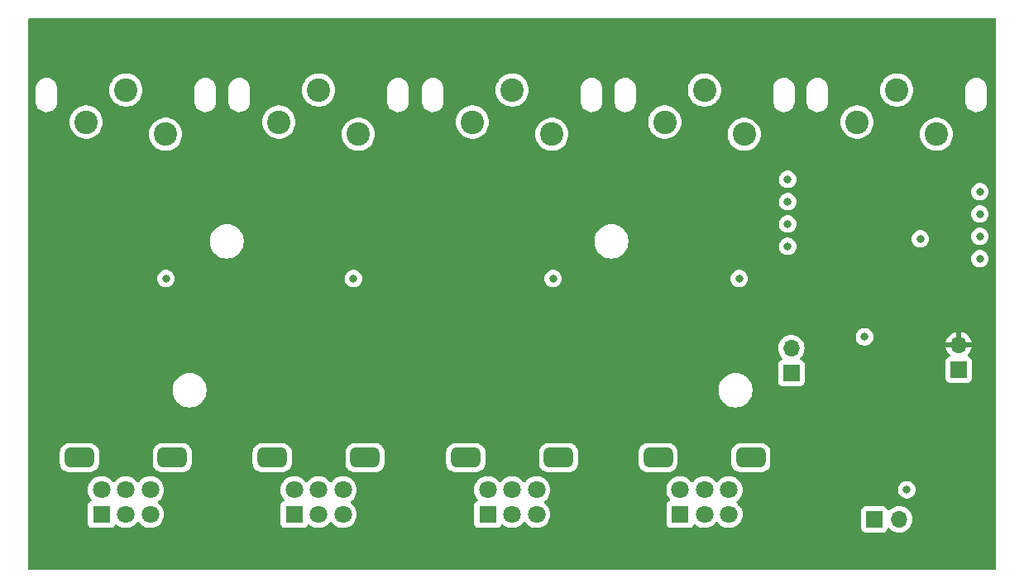
<source format=gbr>
%TF.GenerationSoftware,KiCad,Pcbnew,7.0.11-7.0.11~ubuntu22.04.1*%
%TF.CreationDate,2024-03-17T14:49:54+00:00*%
%TF.ProjectId,Tiny4xPoweredStereoMixer,54696e79-3478-4506-9f77-657265645374,rev?*%
%TF.SameCoordinates,Original*%
%TF.FileFunction,Copper,L2,Inr*%
%TF.FilePolarity,Positive*%
%FSLAX46Y46*%
G04 Gerber Fmt 4.6, Leading zero omitted, Abs format (unit mm)*
G04 Created by KiCad (PCBNEW 7.0.11-7.0.11~ubuntu22.04.1) date 2024-03-17 14:49:54*
%MOMM*%
%LPD*%
G01*
G04 APERTURE LIST*
G04 Aperture macros list*
%AMRoundRect*
0 Rectangle with rounded corners*
0 $1 Rounding radius*
0 $2 $3 $4 $5 $6 $7 $8 $9 X,Y pos of 4 corners*
0 Add a 4 corners polygon primitive as box body*
4,1,4,$2,$3,$4,$5,$6,$7,$8,$9,$2,$3,0*
0 Add four circle primitives for the rounded corners*
1,1,$1+$1,$2,$3*
1,1,$1+$1,$4,$5*
1,1,$1+$1,$6,$7*
1,1,$1+$1,$8,$9*
0 Add four rect primitives between the rounded corners*
20,1,$1+$1,$2,$3,$4,$5,0*
20,1,$1+$1,$4,$5,$6,$7,0*
20,1,$1+$1,$6,$7,$8,$9,0*
20,1,$1+$1,$8,$9,$2,$3,0*%
G04 Aperture macros list end*
%TA.AperFunction,ComponentPad*%
%ADD10R,1.800000X1.800000*%
%TD*%
%TA.AperFunction,ComponentPad*%
%ADD11C,1.800000*%
%TD*%
%TA.AperFunction,ComponentPad*%
%ADD12RoundRect,0.500000X-1.000000X0.500000X-1.000000X-0.500000X1.000000X-0.500000X1.000000X0.500000X0*%
%TD*%
%TA.AperFunction,ComponentPad*%
%ADD13C,2.400000*%
%TD*%
%TA.AperFunction,ComponentPad*%
%ADD14R,1.700000X1.700000*%
%TD*%
%TA.AperFunction,ComponentPad*%
%ADD15O,1.700000X1.700000*%
%TD*%
%TA.AperFunction,ViaPad*%
%ADD16C,0.800000*%
%TD*%
G04 APERTURE END LIST*
D10*
%TO.N,Net-(U4B--)*%
%TO.C,RV4*%
X150535000Y-149860000D03*
D11*
%TO.N,/BufferOpAmp4/right_channel_buffered*%
X153035000Y-149860000D03*
%TO.N,GND*%
X155535000Y-149860000D03*
%TO.N,Net-(U4A--)*%
X150535000Y-147360000D03*
%TO.N,/BufferOpAmp4/left_channel_buffered*%
X153035000Y-147360000D03*
%TO.N,GND*%
X155535000Y-147360000D03*
D12*
%TO.N,N/C*%
X148285000Y-144060000D03*
X157785000Y-144060000D03*
%TD*%
D10*
%TO.N,Net-(U3B--)*%
%TO.C,RV3*%
X130850000Y-149860000D03*
D11*
%TO.N,/BufferOpAmp3/right_channel_buffered*%
X133350000Y-149860000D03*
%TO.N,GND*%
X135850000Y-149860000D03*
%TO.N,Net-(U3A--)*%
X130850000Y-147360000D03*
%TO.N,/BufferOpAmp3/left_channel_buffered*%
X133350000Y-147360000D03*
%TO.N,GND*%
X135850000Y-147360000D03*
D12*
%TO.N,N/C*%
X128600000Y-144060000D03*
X138100000Y-144060000D03*
%TD*%
D10*
%TO.N,Net-(U2B--)*%
%TO.C,RV2*%
X111038000Y-149860000D03*
D11*
%TO.N,/BufferOpAmp2/right_channel_buffered*%
X113538000Y-149860000D03*
%TO.N,GND*%
X116038000Y-149860000D03*
%TO.N,Net-(U2A--)*%
X111038000Y-147360000D03*
%TO.N,/BufferOpAmp2/left_channel_buffered*%
X113538000Y-147360000D03*
%TO.N,GND*%
X116038000Y-147360000D03*
D12*
%TO.N,N/C*%
X108788000Y-144060000D03*
X118288000Y-144060000D03*
%TD*%
D10*
%TO.N,Net-(U1B--)*%
%TO.C,RV1*%
X91310667Y-149860000D03*
D11*
%TO.N,/BufferOpAmp1/right_channel_buffered*%
X93810667Y-149860000D03*
%TO.N,GND*%
X96310667Y-149860000D03*
%TO.N,Net-(U1A--)*%
X91310667Y-147360000D03*
%TO.N,/BufferOpAmp1/left_channel_buffered*%
X93810667Y-147360000D03*
%TO.N,GND*%
X96310667Y-147360000D03*
D12*
%TO.N,N/C*%
X89060667Y-144060000D03*
X98560667Y-144060000D03*
%TD*%
D13*
%TO.N,/MixerOpAmp/left_channel_mix_out*%
%TO.C,J5*%
X176784000Y-110947200D03*
%TO.N,/MixerOpAmp/right_channel_mix_out*%
X168656000Y-109702600D03*
%TO.N,GND*%
X172720000Y-106426000D03*
%TD*%
%TO.N,/BufferOpAmp4/left_channel_input*%
%TO.C,J4*%
X157099000Y-110947200D03*
%TO.N,/BufferOpAmp4/right_channel_input*%
X148971000Y-109702600D03*
%TO.N,GND*%
X153035000Y-106426000D03*
%TD*%
%TO.N,/BufferOpAmp3/left_channel_input*%
%TO.C,J3*%
X137414000Y-110947200D03*
%TO.N,/BufferOpAmp3/right_channel_input*%
X129286000Y-109702600D03*
%TO.N,GND*%
X133350000Y-106426000D03*
%TD*%
%TO.N,/BufferOpAmp2/left_channel_input*%
%TO.C,J2*%
X117602000Y-110947200D03*
%TO.N,/BufferOpAmp2/right_channel_input*%
X109474000Y-109702600D03*
%TO.N,GND*%
X113538000Y-106426000D03*
%TD*%
%TO.N,/BufferOpAmp1/left_channel_input*%
%TO.C,J1*%
X97874667Y-110947200D03*
%TO.N,/BufferOpAmp1/right_channel_input*%
X89746667Y-109702600D03*
%TO.N,GND*%
X93810667Y-106426000D03*
%TD*%
D14*
%TO.N,Net-(J8-Pin_1)*%
%TO.C,J8*%
X161925000Y-135387000D03*
D15*
%TO.N,-12V*%
X161925000Y-132847000D03*
%TD*%
D14*
%TO.N,Net-(J6-Pin_2)*%
%TO.C,J7*%
X179070000Y-135056800D03*
D15*
%TO.N,+12V*%
X179070000Y-132516800D03*
%TD*%
D14*
%TO.N,GND*%
%TO.C,J6*%
X170434000Y-150368000D03*
D15*
%TO.N,Net-(J6-Pin_2)*%
X172974000Y-150368000D03*
%TD*%
D16*
%TO.N,+12V*%
X148336000Y-129540000D03*
X129286000Y-129540000D03*
X89535000Y-129540000D03*
X108712000Y-129540000D03*
X169640000Y-128492000D03*
%TO.N,Net-(U6-NFB)*%
X169417400Y-131694000D03*
X173735400Y-147345400D03*
%TO.N,-12V*%
X137541000Y-125730000D03*
X97917000Y-125730000D03*
X175133000Y-121666000D03*
X156591000Y-125730000D03*
X117094000Y-125730000D03*
%TO.N,/BufferOpAmp1/left_channel_buffered*%
X181229000Y-116840000D03*
%TO.N,/BufferOpAmp2/left_channel_buffered*%
X181229000Y-119126000D03*
%TO.N,/BufferOpAmp3/left_channel_buffered*%
X181229000Y-121412000D03*
%TO.N,/BufferOpAmp4/left_channel_buffered*%
X181229000Y-123698000D03*
%TO.N,/BufferOpAmp1/right_channel_buffered*%
X161544000Y-115570000D03*
%TO.N,/BufferOpAmp2/right_channel_buffered*%
X161544000Y-117856000D03*
%TO.N,/BufferOpAmp3/right_channel_buffered*%
X161544000Y-120142000D03*
%TO.N,/BufferOpAmp4/right_channel_buffered*%
X161544000Y-122428000D03*
%TD*%
%TA.AperFunction,Conductor*%
%TO.N,+12V*%
G36*
X182822539Y-99080185D02*
G01*
X182868294Y-99132989D01*
X182879500Y-99184500D01*
X182879500Y-155450500D01*
X182859815Y-155517539D01*
X182807011Y-155563294D01*
X182755500Y-155574500D01*
X83944500Y-155574500D01*
X83877461Y-155554815D01*
X83831706Y-155502011D01*
X83820500Y-155450500D01*
X83820500Y-151265870D01*
X169083500Y-151265870D01*
X169083501Y-151265876D01*
X169089908Y-151325483D01*
X169140202Y-151460328D01*
X169140206Y-151460335D01*
X169226452Y-151575544D01*
X169226455Y-151575547D01*
X169341664Y-151661793D01*
X169341671Y-151661797D01*
X169476517Y-151712091D01*
X169476516Y-151712091D01*
X169483444Y-151712835D01*
X169536127Y-151718500D01*
X171331872Y-151718499D01*
X171391483Y-151712091D01*
X171526331Y-151661796D01*
X171641546Y-151575546D01*
X171727796Y-151460331D01*
X171776810Y-151328916D01*
X171818681Y-151272984D01*
X171884145Y-151248566D01*
X171952418Y-151263417D01*
X171980673Y-151284569D01*
X172102599Y-151406495D01*
X172199384Y-151474265D01*
X172296165Y-151542032D01*
X172296167Y-151542033D01*
X172296170Y-151542035D01*
X172510337Y-151641903D01*
X172738592Y-151703063D01*
X172915034Y-151718500D01*
X172973999Y-151723659D01*
X172974000Y-151723659D01*
X172974001Y-151723659D01*
X173032966Y-151718500D01*
X173209408Y-151703063D01*
X173437663Y-151641903D01*
X173651830Y-151542035D01*
X173845401Y-151406495D01*
X174012495Y-151239401D01*
X174148035Y-151045830D01*
X174247903Y-150831663D01*
X174309063Y-150603408D01*
X174329659Y-150368000D01*
X174309063Y-150132592D01*
X174247903Y-149904337D01*
X174148035Y-149690171D01*
X174104995Y-149628702D01*
X174012494Y-149496597D01*
X173845402Y-149329506D01*
X173845395Y-149329501D01*
X173651834Y-149193967D01*
X173651830Y-149193965D01*
X173645795Y-149191151D01*
X173437663Y-149094097D01*
X173437659Y-149094096D01*
X173437655Y-149094094D01*
X173209413Y-149032938D01*
X173209403Y-149032936D01*
X172974001Y-149012341D01*
X172973999Y-149012341D01*
X172738596Y-149032936D01*
X172738586Y-149032938D01*
X172510344Y-149094094D01*
X172510335Y-149094098D01*
X172296171Y-149193964D01*
X172296169Y-149193965D01*
X172102600Y-149329503D01*
X171980673Y-149451430D01*
X171919350Y-149484914D01*
X171849658Y-149479930D01*
X171793725Y-149438058D01*
X171776810Y-149407081D01*
X171727797Y-149275671D01*
X171727793Y-149275664D01*
X171641547Y-149160455D01*
X171641544Y-149160452D01*
X171526335Y-149074206D01*
X171526328Y-149074202D01*
X171391482Y-149023908D01*
X171391483Y-149023908D01*
X171331883Y-149017501D01*
X171331881Y-149017500D01*
X171331873Y-149017500D01*
X171331864Y-149017500D01*
X169536129Y-149017500D01*
X169536123Y-149017501D01*
X169476516Y-149023908D01*
X169341671Y-149074202D01*
X169341664Y-149074206D01*
X169226455Y-149160452D01*
X169226452Y-149160455D01*
X169140206Y-149275664D01*
X169140202Y-149275671D01*
X169089908Y-149410517D01*
X169083501Y-149470116D01*
X169083500Y-149470135D01*
X169083500Y-151265870D01*
X83820500Y-151265870D01*
X83820500Y-147360006D01*
X89905367Y-147360006D01*
X89924531Y-147591297D01*
X89924533Y-147591308D01*
X89981509Y-147816300D01*
X90074742Y-148028848D01*
X90190837Y-148206544D01*
X90201688Y-148223153D01*
X90222628Y-148245900D01*
X90269058Y-148296337D01*
X90299980Y-148358991D01*
X90292119Y-148428417D01*
X90247972Y-148482573D01*
X90221161Y-148496501D01*
X90168338Y-148516202D01*
X90168331Y-148516206D01*
X90053122Y-148602452D01*
X90053119Y-148602455D01*
X89966873Y-148717664D01*
X89966869Y-148717671D01*
X89916575Y-148852517D01*
X89910168Y-148912116D01*
X89910167Y-148912135D01*
X89910167Y-150807870D01*
X89910168Y-150807876D01*
X89916575Y-150867483D01*
X89966869Y-151002328D01*
X89966873Y-151002335D01*
X90053119Y-151117544D01*
X90053122Y-151117547D01*
X90168331Y-151203793D01*
X90168338Y-151203797D01*
X90303184Y-151254091D01*
X90303183Y-151254091D01*
X90310111Y-151254835D01*
X90362794Y-151260500D01*
X92258539Y-151260499D01*
X92318150Y-151254091D01*
X92452998Y-151203796D01*
X92568213Y-151117546D01*
X92654463Y-151002331D01*
X92672759Y-150953274D01*
X92714628Y-150897342D01*
X92780092Y-150872924D01*
X92848366Y-150887775D01*
X92865103Y-150898755D01*
X93042032Y-151036464D01*
X93042038Y-151036468D01*
X93042041Y-151036470D01*
X93246164Y-151146936D01*
X93360154Y-151186068D01*
X93465682Y-151222297D01*
X93465684Y-151222297D01*
X93465686Y-151222298D01*
X93694618Y-151260500D01*
X93694619Y-151260500D01*
X93926715Y-151260500D01*
X93926716Y-151260500D01*
X94155648Y-151222298D01*
X94375170Y-151146936D01*
X94579293Y-151036470D01*
X94762451Y-150893913D01*
X94919646Y-150723153D01*
X94956858Y-150666196D01*
X95010004Y-150620839D01*
X95079236Y-150611415D01*
X95142571Y-150640917D01*
X95164476Y-150666196D01*
X95201683Y-150723147D01*
X95201686Y-150723151D01*
X95201688Y-150723153D01*
X95358883Y-150893913D01*
X95358886Y-150893915D01*
X95358889Y-150893918D01*
X95542032Y-151036464D01*
X95542038Y-151036468D01*
X95542041Y-151036470D01*
X95746164Y-151146936D01*
X95860154Y-151186068D01*
X95965682Y-151222297D01*
X95965684Y-151222297D01*
X95965686Y-151222298D01*
X96194618Y-151260500D01*
X96194619Y-151260500D01*
X96426715Y-151260500D01*
X96426716Y-151260500D01*
X96655648Y-151222298D01*
X96875170Y-151146936D01*
X97079293Y-151036470D01*
X97262451Y-150893913D01*
X97419646Y-150723153D01*
X97546591Y-150528849D01*
X97639824Y-150316300D01*
X97696801Y-150091305D01*
X97712293Y-149904344D01*
X97715967Y-149860006D01*
X97715967Y-149859993D01*
X97696802Y-149628702D01*
X97696800Y-149628691D01*
X97639824Y-149403699D01*
X97546591Y-149191151D01*
X97419650Y-148996852D01*
X97419647Y-148996849D01*
X97419646Y-148996847D01*
X97262451Y-148826087D01*
X97110543Y-148707852D01*
X97069731Y-148651143D01*
X97066056Y-148581370D01*
X97100687Y-148520687D01*
X97110543Y-148512147D01*
X97262451Y-148393913D01*
X97419646Y-148223153D01*
X97430499Y-148206542D01*
X97492648Y-148111415D01*
X97546591Y-148028849D01*
X97639824Y-147816300D01*
X97696801Y-147591305D01*
X97715967Y-147360006D01*
X109632700Y-147360006D01*
X109651864Y-147591297D01*
X109651866Y-147591308D01*
X109708842Y-147816300D01*
X109802075Y-148028848D01*
X109918170Y-148206544D01*
X109929021Y-148223153D01*
X109949961Y-148245900D01*
X109996391Y-148296337D01*
X110027313Y-148358991D01*
X110019452Y-148428417D01*
X109975305Y-148482573D01*
X109948494Y-148496501D01*
X109895671Y-148516202D01*
X109895664Y-148516206D01*
X109780455Y-148602452D01*
X109780452Y-148602455D01*
X109694206Y-148717664D01*
X109694202Y-148717671D01*
X109643908Y-148852517D01*
X109637501Y-148912116D01*
X109637500Y-148912135D01*
X109637500Y-150807870D01*
X109637501Y-150807876D01*
X109643908Y-150867483D01*
X109694202Y-151002328D01*
X109694206Y-151002335D01*
X109780452Y-151117544D01*
X109780455Y-151117547D01*
X109895664Y-151203793D01*
X109895671Y-151203797D01*
X110030517Y-151254091D01*
X110030516Y-151254091D01*
X110037444Y-151254835D01*
X110090127Y-151260500D01*
X111985872Y-151260499D01*
X112045483Y-151254091D01*
X112180331Y-151203796D01*
X112295546Y-151117546D01*
X112381796Y-151002331D01*
X112400092Y-150953274D01*
X112441961Y-150897342D01*
X112507425Y-150872924D01*
X112575699Y-150887775D01*
X112592436Y-150898755D01*
X112769365Y-151036464D01*
X112769371Y-151036468D01*
X112769374Y-151036470D01*
X112973497Y-151146936D01*
X113087487Y-151186068D01*
X113193015Y-151222297D01*
X113193017Y-151222297D01*
X113193019Y-151222298D01*
X113421951Y-151260500D01*
X113421952Y-151260500D01*
X113654048Y-151260500D01*
X113654049Y-151260500D01*
X113882981Y-151222298D01*
X114102503Y-151146936D01*
X114306626Y-151036470D01*
X114489784Y-150893913D01*
X114646979Y-150723153D01*
X114684191Y-150666196D01*
X114737337Y-150620839D01*
X114806569Y-150611415D01*
X114869904Y-150640917D01*
X114891809Y-150666196D01*
X114929016Y-150723147D01*
X114929019Y-150723151D01*
X114929021Y-150723153D01*
X115086216Y-150893913D01*
X115086219Y-150893915D01*
X115086222Y-150893918D01*
X115269365Y-151036464D01*
X115269371Y-151036468D01*
X115269374Y-151036470D01*
X115473497Y-151146936D01*
X115587487Y-151186068D01*
X115693015Y-151222297D01*
X115693017Y-151222297D01*
X115693019Y-151222298D01*
X115921951Y-151260500D01*
X115921952Y-151260500D01*
X116154048Y-151260500D01*
X116154049Y-151260500D01*
X116382981Y-151222298D01*
X116602503Y-151146936D01*
X116806626Y-151036470D01*
X116989784Y-150893913D01*
X117146979Y-150723153D01*
X117273924Y-150528849D01*
X117367157Y-150316300D01*
X117424134Y-150091305D01*
X117439626Y-149904344D01*
X117443300Y-149860006D01*
X117443300Y-149859993D01*
X117424135Y-149628702D01*
X117424133Y-149628691D01*
X117367157Y-149403699D01*
X117273924Y-149191151D01*
X117146983Y-148996852D01*
X117146980Y-148996849D01*
X117146979Y-148996847D01*
X116989784Y-148826087D01*
X116837876Y-148707852D01*
X116797064Y-148651143D01*
X116793389Y-148581370D01*
X116828020Y-148520687D01*
X116837876Y-148512147D01*
X116989784Y-148393913D01*
X117146979Y-148223153D01*
X117157832Y-148206542D01*
X117219981Y-148111415D01*
X117273924Y-148028849D01*
X117367157Y-147816300D01*
X117424134Y-147591305D01*
X117443300Y-147360006D01*
X129444700Y-147360006D01*
X129463864Y-147591297D01*
X129463866Y-147591308D01*
X129520842Y-147816300D01*
X129614075Y-148028848D01*
X129730170Y-148206544D01*
X129741021Y-148223153D01*
X129761961Y-148245900D01*
X129808391Y-148296337D01*
X129839313Y-148358991D01*
X129831452Y-148428417D01*
X129787305Y-148482573D01*
X129760494Y-148496501D01*
X129707671Y-148516202D01*
X129707664Y-148516206D01*
X129592455Y-148602452D01*
X129592452Y-148602455D01*
X129506206Y-148717664D01*
X129506202Y-148717671D01*
X129455908Y-148852517D01*
X129449501Y-148912116D01*
X129449500Y-148912135D01*
X129449500Y-150807870D01*
X129449501Y-150807876D01*
X129455908Y-150867483D01*
X129506202Y-151002328D01*
X129506206Y-151002335D01*
X129592452Y-151117544D01*
X129592455Y-151117547D01*
X129707664Y-151203793D01*
X129707671Y-151203797D01*
X129842517Y-151254091D01*
X129842516Y-151254091D01*
X129849444Y-151254835D01*
X129902127Y-151260500D01*
X131797872Y-151260499D01*
X131857483Y-151254091D01*
X131992331Y-151203796D01*
X132107546Y-151117546D01*
X132193796Y-151002331D01*
X132212092Y-150953274D01*
X132253961Y-150897342D01*
X132319425Y-150872924D01*
X132387699Y-150887775D01*
X132404436Y-150898755D01*
X132581365Y-151036464D01*
X132581371Y-151036468D01*
X132581374Y-151036470D01*
X132785497Y-151146936D01*
X132899487Y-151186068D01*
X133005015Y-151222297D01*
X133005017Y-151222297D01*
X133005019Y-151222298D01*
X133233951Y-151260500D01*
X133233952Y-151260500D01*
X133466048Y-151260500D01*
X133466049Y-151260500D01*
X133694981Y-151222298D01*
X133914503Y-151146936D01*
X134118626Y-151036470D01*
X134301784Y-150893913D01*
X134458979Y-150723153D01*
X134496191Y-150666196D01*
X134549337Y-150620839D01*
X134618569Y-150611415D01*
X134681904Y-150640917D01*
X134703809Y-150666196D01*
X134741016Y-150723147D01*
X134741019Y-150723151D01*
X134741021Y-150723153D01*
X134898216Y-150893913D01*
X134898219Y-150893915D01*
X134898222Y-150893918D01*
X135081365Y-151036464D01*
X135081371Y-151036468D01*
X135081374Y-151036470D01*
X135285497Y-151146936D01*
X135399487Y-151186068D01*
X135505015Y-151222297D01*
X135505017Y-151222297D01*
X135505019Y-151222298D01*
X135733951Y-151260500D01*
X135733952Y-151260500D01*
X135966048Y-151260500D01*
X135966049Y-151260500D01*
X136194981Y-151222298D01*
X136414503Y-151146936D01*
X136618626Y-151036470D01*
X136801784Y-150893913D01*
X136958979Y-150723153D01*
X137085924Y-150528849D01*
X137179157Y-150316300D01*
X137236134Y-150091305D01*
X137251626Y-149904344D01*
X137255300Y-149860006D01*
X137255300Y-149859993D01*
X137236135Y-149628702D01*
X137236133Y-149628691D01*
X137179157Y-149403699D01*
X137085924Y-149191151D01*
X136958983Y-148996852D01*
X136958980Y-148996849D01*
X136958979Y-148996847D01*
X136801784Y-148826087D01*
X136649876Y-148707852D01*
X136609064Y-148651143D01*
X136605389Y-148581370D01*
X136640020Y-148520687D01*
X136649876Y-148512147D01*
X136801784Y-148393913D01*
X136958979Y-148223153D01*
X136969832Y-148206542D01*
X137031981Y-148111415D01*
X137085924Y-148028849D01*
X137179157Y-147816300D01*
X137236134Y-147591305D01*
X137255300Y-147360006D01*
X149129700Y-147360006D01*
X149148864Y-147591297D01*
X149148866Y-147591308D01*
X149205842Y-147816300D01*
X149299075Y-148028848D01*
X149415170Y-148206544D01*
X149426021Y-148223153D01*
X149446961Y-148245900D01*
X149493391Y-148296337D01*
X149524313Y-148358991D01*
X149516452Y-148428417D01*
X149472305Y-148482573D01*
X149445494Y-148496501D01*
X149392671Y-148516202D01*
X149392664Y-148516206D01*
X149277455Y-148602452D01*
X149277452Y-148602455D01*
X149191206Y-148717664D01*
X149191202Y-148717671D01*
X149140908Y-148852517D01*
X149134501Y-148912116D01*
X149134500Y-148912135D01*
X149134500Y-150807870D01*
X149134501Y-150807876D01*
X149140908Y-150867483D01*
X149191202Y-151002328D01*
X149191206Y-151002335D01*
X149277452Y-151117544D01*
X149277455Y-151117547D01*
X149392664Y-151203793D01*
X149392671Y-151203797D01*
X149527517Y-151254091D01*
X149527516Y-151254091D01*
X149534444Y-151254835D01*
X149587127Y-151260500D01*
X151482872Y-151260499D01*
X151542483Y-151254091D01*
X151677331Y-151203796D01*
X151792546Y-151117546D01*
X151878796Y-151002331D01*
X151897092Y-150953274D01*
X151938961Y-150897342D01*
X152004425Y-150872924D01*
X152072699Y-150887775D01*
X152089436Y-150898755D01*
X152266365Y-151036464D01*
X152266371Y-151036468D01*
X152266374Y-151036470D01*
X152470497Y-151146936D01*
X152584487Y-151186068D01*
X152690015Y-151222297D01*
X152690017Y-151222297D01*
X152690019Y-151222298D01*
X152918951Y-151260500D01*
X152918952Y-151260500D01*
X153151048Y-151260500D01*
X153151049Y-151260500D01*
X153379981Y-151222298D01*
X153599503Y-151146936D01*
X153803626Y-151036470D01*
X153986784Y-150893913D01*
X154143979Y-150723153D01*
X154181191Y-150666196D01*
X154234337Y-150620839D01*
X154303569Y-150611415D01*
X154366904Y-150640917D01*
X154388809Y-150666196D01*
X154426016Y-150723147D01*
X154426019Y-150723151D01*
X154426021Y-150723153D01*
X154583216Y-150893913D01*
X154583219Y-150893915D01*
X154583222Y-150893918D01*
X154766365Y-151036464D01*
X154766371Y-151036468D01*
X154766374Y-151036470D01*
X154970497Y-151146936D01*
X155084487Y-151186068D01*
X155190015Y-151222297D01*
X155190017Y-151222297D01*
X155190019Y-151222298D01*
X155418951Y-151260500D01*
X155418952Y-151260500D01*
X155651048Y-151260500D01*
X155651049Y-151260500D01*
X155879981Y-151222298D01*
X156099503Y-151146936D01*
X156303626Y-151036470D01*
X156486784Y-150893913D01*
X156643979Y-150723153D01*
X156770924Y-150528849D01*
X156864157Y-150316300D01*
X156921134Y-150091305D01*
X156936626Y-149904344D01*
X156940300Y-149860006D01*
X156940300Y-149859993D01*
X156921135Y-149628702D01*
X156921133Y-149628691D01*
X156864157Y-149403699D01*
X156770924Y-149191151D01*
X156643983Y-148996852D01*
X156643980Y-148996849D01*
X156643979Y-148996847D01*
X156486784Y-148826087D01*
X156334876Y-148707852D01*
X156294064Y-148651143D01*
X156290389Y-148581370D01*
X156325020Y-148520687D01*
X156334876Y-148512147D01*
X156486784Y-148393913D01*
X156643979Y-148223153D01*
X156654832Y-148206542D01*
X156716981Y-148111415D01*
X156770924Y-148028849D01*
X156864157Y-147816300D01*
X156921134Y-147591305D01*
X156940300Y-147360000D01*
X156940300Y-147359993D01*
X156939091Y-147345400D01*
X172829940Y-147345400D01*
X172849726Y-147533656D01*
X172849727Y-147533659D01*
X172908218Y-147713677D01*
X172908221Y-147713684D01*
X173002867Y-147877616D01*
X173110144Y-147996759D01*
X173129529Y-148018288D01*
X173282665Y-148129548D01*
X173282670Y-148129551D01*
X173455592Y-148206542D01*
X173455597Y-148206544D01*
X173640754Y-148245900D01*
X173640755Y-148245900D01*
X173830044Y-148245900D01*
X173830046Y-148245900D01*
X174015203Y-148206544D01*
X174188130Y-148129551D01*
X174341271Y-148018288D01*
X174467933Y-147877616D01*
X174562579Y-147713684D01*
X174621074Y-147533656D01*
X174640860Y-147345400D01*
X174621074Y-147157144D01*
X174562579Y-146977116D01*
X174467933Y-146813184D01*
X174341271Y-146672512D01*
X174341270Y-146672511D01*
X174188134Y-146561251D01*
X174188129Y-146561248D01*
X174015207Y-146484257D01*
X174015202Y-146484255D01*
X173869401Y-146453265D01*
X173830046Y-146444900D01*
X173640754Y-146444900D01*
X173608297Y-146451798D01*
X173455597Y-146484255D01*
X173455592Y-146484257D01*
X173282670Y-146561248D01*
X173282665Y-146561251D01*
X173129529Y-146672511D01*
X173002866Y-146813185D01*
X172908221Y-146977115D01*
X172908218Y-146977122D01*
X172858967Y-147128702D01*
X172849726Y-147157144D01*
X172829940Y-147345400D01*
X156939091Y-147345400D01*
X156921135Y-147128702D01*
X156921133Y-147128691D01*
X156864157Y-146903699D01*
X156770924Y-146691151D01*
X156643983Y-146496852D01*
X156643980Y-146496849D01*
X156643979Y-146496847D01*
X156486784Y-146326087D01*
X156486779Y-146326083D01*
X156486777Y-146326081D01*
X156303634Y-146183535D01*
X156303628Y-146183531D01*
X156099504Y-146073064D01*
X156099495Y-146073061D01*
X155879984Y-145997702D01*
X155708282Y-145969050D01*
X155651049Y-145959500D01*
X155418951Y-145959500D01*
X155373164Y-145967140D01*
X155190015Y-145997702D01*
X154970504Y-146073061D01*
X154970495Y-146073064D01*
X154766371Y-146183531D01*
X154766365Y-146183535D01*
X154583222Y-146326081D01*
X154583219Y-146326084D01*
X154583216Y-146326086D01*
X154583216Y-146326087D01*
X154473842Y-146444900D01*
X154426015Y-146496854D01*
X154388808Y-146553804D01*
X154335662Y-146599161D01*
X154266430Y-146608584D01*
X154203095Y-146579082D01*
X154181192Y-146553804D01*
X154143984Y-146496854D01*
X154143982Y-146496852D01*
X154143979Y-146496847D01*
X153986784Y-146326087D01*
X153986779Y-146326083D01*
X153986777Y-146326081D01*
X153803634Y-146183535D01*
X153803628Y-146183531D01*
X153599504Y-146073064D01*
X153599495Y-146073061D01*
X153379984Y-145997702D01*
X153208282Y-145969050D01*
X153151049Y-145959500D01*
X152918951Y-145959500D01*
X152873164Y-145967140D01*
X152690015Y-145997702D01*
X152470504Y-146073061D01*
X152470495Y-146073064D01*
X152266371Y-146183531D01*
X152266365Y-146183535D01*
X152083222Y-146326081D01*
X152083219Y-146326084D01*
X152083216Y-146326086D01*
X152083216Y-146326087D01*
X151973842Y-146444900D01*
X151926015Y-146496854D01*
X151888808Y-146553804D01*
X151835662Y-146599161D01*
X151766430Y-146608584D01*
X151703095Y-146579082D01*
X151681192Y-146553804D01*
X151643984Y-146496854D01*
X151643982Y-146496852D01*
X151643979Y-146496847D01*
X151486784Y-146326087D01*
X151486779Y-146326083D01*
X151486777Y-146326081D01*
X151303634Y-146183535D01*
X151303628Y-146183531D01*
X151099504Y-146073064D01*
X151099495Y-146073061D01*
X150879984Y-145997702D01*
X150708282Y-145969050D01*
X150651049Y-145959500D01*
X150418951Y-145959500D01*
X150373164Y-145967140D01*
X150190015Y-145997702D01*
X149970504Y-146073061D01*
X149970495Y-146073064D01*
X149766371Y-146183531D01*
X149766365Y-146183535D01*
X149583222Y-146326081D01*
X149583219Y-146326084D01*
X149426016Y-146496852D01*
X149299075Y-146691151D01*
X149205842Y-146903699D01*
X149148866Y-147128691D01*
X149148864Y-147128702D01*
X149129700Y-147359993D01*
X149129700Y-147360006D01*
X137255300Y-147360006D01*
X137255300Y-147360000D01*
X137255300Y-147359993D01*
X137236135Y-147128702D01*
X137236133Y-147128691D01*
X137179157Y-146903699D01*
X137085924Y-146691151D01*
X136958983Y-146496852D01*
X136958980Y-146496849D01*
X136958979Y-146496847D01*
X136801784Y-146326087D01*
X136801779Y-146326083D01*
X136801777Y-146326081D01*
X136618634Y-146183535D01*
X136618628Y-146183531D01*
X136414504Y-146073064D01*
X136414495Y-146073061D01*
X136194984Y-145997702D01*
X136023282Y-145969050D01*
X135966049Y-145959500D01*
X135733951Y-145959500D01*
X135688164Y-145967140D01*
X135505015Y-145997702D01*
X135285504Y-146073061D01*
X135285495Y-146073064D01*
X135081371Y-146183531D01*
X135081365Y-146183535D01*
X134898222Y-146326081D01*
X134898219Y-146326084D01*
X134898216Y-146326086D01*
X134898216Y-146326087D01*
X134788842Y-146444900D01*
X134741015Y-146496854D01*
X134703808Y-146553804D01*
X134650662Y-146599161D01*
X134581430Y-146608584D01*
X134518095Y-146579082D01*
X134496192Y-146553804D01*
X134458984Y-146496854D01*
X134458982Y-146496852D01*
X134458979Y-146496847D01*
X134301784Y-146326087D01*
X134301779Y-146326083D01*
X134301777Y-146326081D01*
X134118634Y-146183535D01*
X134118628Y-146183531D01*
X133914504Y-146073064D01*
X133914495Y-146073061D01*
X133694984Y-145997702D01*
X133523282Y-145969050D01*
X133466049Y-145959500D01*
X133233951Y-145959500D01*
X133188164Y-145967140D01*
X133005015Y-145997702D01*
X132785504Y-146073061D01*
X132785495Y-146073064D01*
X132581371Y-146183531D01*
X132581365Y-146183535D01*
X132398222Y-146326081D01*
X132398219Y-146326084D01*
X132398216Y-146326086D01*
X132398216Y-146326087D01*
X132288842Y-146444900D01*
X132241015Y-146496854D01*
X132203808Y-146553804D01*
X132150662Y-146599161D01*
X132081430Y-146608584D01*
X132018095Y-146579082D01*
X131996192Y-146553804D01*
X131958984Y-146496854D01*
X131958982Y-146496852D01*
X131958979Y-146496847D01*
X131801784Y-146326087D01*
X131801779Y-146326083D01*
X131801777Y-146326081D01*
X131618634Y-146183535D01*
X131618628Y-146183531D01*
X131414504Y-146073064D01*
X131414495Y-146073061D01*
X131194984Y-145997702D01*
X131023282Y-145969050D01*
X130966049Y-145959500D01*
X130733951Y-145959500D01*
X130688164Y-145967140D01*
X130505015Y-145997702D01*
X130285504Y-146073061D01*
X130285495Y-146073064D01*
X130081371Y-146183531D01*
X130081365Y-146183535D01*
X129898222Y-146326081D01*
X129898219Y-146326084D01*
X129741016Y-146496852D01*
X129614075Y-146691151D01*
X129520842Y-146903699D01*
X129463866Y-147128691D01*
X129463864Y-147128702D01*
X129444700Y-147359993D01*
X129444700Y-147360006D01*
X117443300Y-147360006D01*
X117443300Y-147360000D01*
X117443300Y-147359993D01*
X117424135Y-147128702D01*
X117424133Y-147128691D01*
X117367157Y-146903699D01*
X117273924Y-146691151D01*
X117146983Y-146496852D01*
X117146980Y-146496849D01*
X117146979Y-146496847D01*
X116989784Y-146326087D01*
X116989779Y-146326083D01*
X116989777Y-146326081D01*
X116806634Y-146183535D01*
X116806628Y-146183531D01*
X116602504Y-146073064D01*
X116602495Y-146073061D01*
X116382984Y-145997702D01*
X116211282Y-145969050D01*
X116154049Y-145959500D01*
X115921951Y-145959500D01*
X115876164Y-145967140D01*
X115693015Y-145997702D01*
X115473504Y-146073061D01*
X115473495Y-146073064D01*
X115269371Y-146183531D01*
X115269365Y-146183535D01*
X115086222Y-146326081D01*
X115086219Y-146326084D01*
X115086216Y-146326086D01*
X115086216Y-146326087D01*
X114976842Y-146444900D01*
X114929015Y-146496854D01*
X114891808Y-146553804D01*
X114838662Y-146599161D01*
X114769430Y-146608584D01*
X114706095Y-146579082D01*
X114684192Y-146553804D01*
X114646984Y-146496854D01*
X114646982Y-146496852D01*
X114646979Y-146496847D01*
X114489784Y-146326087D01*
X114489779Y-146326083D01*
X114489777Y-146326081D01*
X114306634Y-146183535D01*
X114306628Y-146183531D01*
X114102504Y-146073064D01*
X114102495Y-146073061D01*
X113882984Y-145997702D01*
X113711282Y-145969050D01*
X113654049Y-145959500D01*
X113421951Y-145959500D01*
X113376164Y-145967140D01*
X113193015Y-145997702D01*
X112973504Y-146073061D01*
X112973495Y-146073064D01*
X112769371Y-146183531D01*
X112769365Y-146183535D01*
X112586222Y-146326081D01*
X112586219Y-146326084D01*
X112586216Y-146326086D01*
X112586216Y-146326087D01*
X112476842Y-146444900D01*
X112429015Y-146496854D01*
X112391808Y-146553804D01*
X112338662Y-146599161D01*
X112269430Y-146608584D01*
X112206095Y-146579082D01*
X112184192Y-146553804D01*
X112146984Y-146496854D01*
X112146982Y-146496852D01*
X112146979Y-146496847D01*
X111989784Y-146326087D01*
X111989779Y-146326083D01*
X111989777Y-146326081D01*
X111806634Y-146183535D01*
X111806628Y-146183531D01*
X111602504Y-146073064D01*
X111602495Y-146073061D01*
X111382984Y-145997702D01*
X111211282Y-145969050D01*
X111154049Y-145959500D01*
X110921951Y-145959500D01*
X110876164Y-145967140D01*
X110693015Y-145997702D01*
X110473504Y-146073061D01*
X110473495Y-146073064D01*
X110269371Y-146183531D01*
X110269365Y-146183535D01*
X110086222Y-146326081D01*
X110086219Y-146326084D01*
X109929016Y-146496852D01*
X109802075Y-146691151D01*
X109708842Y-146903699D01*
X109651866Y-147128691D01*
X109651864Y-147128702D01*
X109632700Y-147359993D01*
X109632700Y-147360006D01*
X97715967Y-147360006D01*
X97715967Y-147360000D01*
X97715967Y-147359993D01*
X97696802Y-147128702D01*
X97696800Y-147128691D01*
X97639824Y-146903699D01*
X97546591Y-146691151D01*
X97419650Y-146496852D01*
X97419647Y-146496849D01*
X97419646Y-146496847D01*
X97262451Y-146326087D01*
X97262446Y-146326083D01*
X97262444Y-146326081D01*
X97079301Y-146183535D01*
X97079295Y-146183531D01*
X96875171Y-146073064D01*
X96875162Y-146073061D01*
X96655651Y-145997702D01*
X96483949Y-145969050D01*
X96426716Y-145959500D01*
X96194618Y-145959500D01*
X96148831Y-145967140D01*
X95965682Y-145997702D01*
X95746171Y-146073061D01*
X95746162Y-146073064D01*
X95542038Y-146183531D01*
X95542032Y-146183535D01*
X95358889Y-146326081D01*
X95358886Y-146326084D01*
X95358883Y-146326086D01*
X95358883Y-146326087D01*
X95249509Y-146444900D01*
X95201682Y-146496854D01*
X95164475Y-146553804D01*
X95111329Y-146599161D01*
X95042097Y-146608584D01*
X94978762Y-146579082D01*
X94956859Y-146553804D01*
X94919651Y-146496854D01*
X94919649Y-146496852D01*
X94919646Y-146496847D01*
X94762451Y-146326087D01*
X94762446Y-146326083D01*
X94762444Y-146326081D01*
X94579301Y-146183535D01*
X94579295Y-146183531D01*
X94375171Y-146073064D01*
X94375162Y-146073061D01*
X94155651Y-145997702D01*
X93983949Y-145969050D01*
X93926716Y-145959500D01*
X93694618Y-145959500D01*
X93648831Y-145967140D01*
X93465682Y-145997702D01*
X93246171Y-146073061D01*
X93246162Y-146073064D01*
X93042038Y-146183531D01*
X93042032Y-146183535D01*
X92858889Y-146326081D01*
X92858886Y-146326084D01*
X92858883Y-146326086D01*
X92858883Y-146326087D01*
X92749509Y-146444900D01*
X92701682Y-146496854D01*
X92664475Y-146553804D01*
X92611329Y-146599161D01*
X92542097Y-146608584D01*
X92478762Y-146579082D01*
X92456859Y-146553804D01*
X92419651Y-146496854D01*
X92419649Y-146496852D01*
X92419646Y-146496847D01*
X92262451Y-146326087D01*
X92262446Y-146326083D01*
X92262444Y-146326081D01*
X92079301Y-146183535D01*
X92079295Y-146183531D01*
X91875171Y-146073064D01*
X91875162Y-146073061D01*
X91655651Y-145997702D01*
X91483949Y-145969050D01*
X91426716Y-145959500D01*
X91194618Y-145959500D01*
X91148831Y-145967140D01*
X90965682Y-145997702D01*
X90746171Y-146073061D01*
X90746162Y-146073064D01*
X90542038Y-146183531D01*
X90542032Y-146183535D01*
X90358889Y-146326081D01*
X90358886Y-146326084D01*
X90201683Y-146496852D01*
X90074742Y-146691151D01*
X89981509Y-146903699D01*
X89924533Y-147128691D01*
X89924531Y-147128702D01*
X89905367Y-147359993D01*
X89905367Y-147360006D01*
X83820500Y-147360006D01*
X83820500Y-144618028D01*
X87060167Y-144618028D01*
X87060168Y-144618034D01*
X87070780Y-144737415D01*
X87126756Y-144933045D01*
X87126757Y-144933048D01*
X87126758Y-144933049D01*
X87220969Y-145113407D01*
X87220971Y-145113409D01*
X87349557Y-145271109D01*
X87443470Y-145347684D01*
X87507260Y-145399698D01*
X87687618Y-145493909D01*
X87883249Y-145549886D01*
X88002630Y-145560500D01*
X90118703Y-145560499D01*
X90238085Y-145549886D01*
X90433716Y-145493909D01*
X90614074Y-145399698D01*
X90771776Y-145271109D01*
X90900365Y-145113407D01*
X90994576Y-144933049D01*
X91050553Y-144737418D01*
X91061167Y-144618037D01*
X91061167Y-144618028D01*
X96560167Y-144618028D01*
X96560168Y-144618034D01*
X96570780Y-144737415D01*
X96626756Y-144933045D01*
X96626757Y-144933048D01*
X96626758Y-144933049D01*
X96720969Y-145113407D01*
X96720971Y-145113409D01*
X96849557Y-145271109D01*
X96943470Y-145347684D01*
X97007260Y-145399698D01*
X97187618Y-145493909D01*
X97383249Y-145549886D01*
X97502630Y-145560500D01*
X99618703Y-145560499D01*
X99738085Y-145549886D01*
X99933716Y-145493909D01*
X100114074Y-145399698D01*
X100271776Y-145271109D01*
X100400365Y-145113407D01*
X100494576Y-144933049D01*
X100550553Y-144737418D01*
X100561167Y-144618037D01*
X100561167Y-144618028D01*
X106787500Y-144618028D01*
X106787501Y-144618034D01*
X106798113Y-144737415D01*
X106854089Y-144933045D01*
X106854090Y-144933048D01*
X106854091Y-144933049D01*
X106948302Y-145113407D01*
X106948304Y-145113409D01*
X107076890Y-145271109D01*
X107170803Y-145347684D01*
X107234593Y-145399698D01*
X107414951Y-145493909D01*
X107610582Y-145549886D01*
X107729963Y-145560500D01*
X109846036Y-145560499D01*
X109965418Y-145549886D01*
X110161049Y-145493909D01*
X110341407Y-145399698D01*
X110499109Y-145271109D01*
X110627698Y-145113407D01*
X110721909Y-144933049D01*
X110777886Y-144737418D01*
X110788500Y-144618037D01*
X110788500Y-144618028D01*
X116287500Y-144618028D01*
X116287501Y-144618034D01*
X116298113Y-144737415D01*
X116354089Y-144933045D01*
X116354090Y-144933048D01*
X116354091Y-144933049D01*
X116448302Y-145113407D01*
X116448304Y-145113409D01*
X116576890Y-145271109D01*
X116670803Y-145347684D01*
X116734593Y-145399698D01*
X116914951Y-145493909D01*
X117110582Y-145549886D01*
X117229963Y-145560500D01*
X119346036Y-145560499D01*
X119465418Y-145549886D01*
X119661049Y-145493909D01*
X119841407Y-145399698D01*
X119999109Y-145271109D01*
X120127698Y-145113407D01*
X120221909Y-144933049D01*
X120277886Y-144737418D01*
X120288500Y-144618037D01*
X120288500Y-144618028D01*
X126599500Y-144618028D01*
X126599501Y-144618034D01*
X126610113Y-144737415D01*
X126666089Y-144933045D01*
X126666090Y-144933048D01*
X126666091Y-144933049D01*
X126760302Y-145113407D01*
X126760304Y-145113409D01*
X126888890Y-145271109D01*
X126982803Y-145347684D01*
X127046593Y-145399698D01*
X127226951Y-145493909D01*
X127422582Y-145549886D01*
X127541963Y-145560500D01*
X129658036Y-145560499D01*
X129777418Y-145549886D01*
X129973049Y-145493909D01*
X130153407Y-145399698D01*
X130311109Y-145271109D01*
X130439698Y-145113407D01*
X130533909Y-144933049D01*
X130589886Y-144737418D01*
X130600500Y-144618037D01*
X130600500Y-144618028D01*
X136099500Y-144618028D01*
X136099501Y-144618034D01*
X136110113Y-144737415D01*
X136166089Y-144933045D01*
X136166090Y-144933048D01*
X136166091Y-144933049D01*
X136260302Y-145113407D01*
X136260304Y-145113409D01*
X136388890Y-145271109D01*
X136482803Y-145347684D01*
X136546593Y-145399698D01*
X136726951Y-145493909D01*
X136922582Y-145549886D01*
X137041963Y-145560500D01*
X139158036Y-145560499D01*
X139277418Y-145549886D01*
X139473049Y-145493909D01*
X139653407Y-145399698D01*
X139811109Y-145271109D01*
X139939698Y-145113407D01*
X140033909Y-144933049D01*
X140089886Y-144737418D01*
X140100500Y-144618037D01*
X140100500Y-144618028D01*
X146284500Y-144618028D01*
X146284501Y-144618034D01*
X146295113Y-144737415D01*
X146351089Y-144933045D01*
X146351090Y-144933048D01*
X146351091Y-144933049D01*
X146445302Y-145113407D01*
X146445304Y-145113409D01*
X146573890Y-145271109D01*
X146667803Y-145347684D01*
X146731593Y-145399698D01*
X146911951Y-145493909D01*
X147107582Y-145549886D01*
X147226963Y-145560500D01*
X149343036Y-145560499D01*
X149462418Y-145549886D01*
X149658049Y-145493909D01*
X149838407Y-145399698D01*
X149996109Y-145271109D01*
X150124698Y-145113407D01*
X150218909Y-144933049D01*
X150274886Y-144737418D01*
X150285500Y-144618037D01*
X150285500Y-144618028D01*
X155784500Y-144618028D01*
X155784501Y-144618034D01*
X155795113Y-144737415D01*
X155851089Y-144933045D01*
X155851090Y-144933048D01*
X155851091Y-144933049D01*
X155945302Y-145113407D01*
X155945304Y-145113409D01*
X156073890Y-145271109D01*
X156167803Y-145347684D01*
X156231593Y-145399698D01*
X156411951Y-145493909D01*
X156607582Y-145549886D01*
X156726963Y-145560500D01*
X158843036Y-145560499D01*
X158962418Y-145549886D01*
X159158049Y-145493909D01*
X159338407Y-145399698D01*
X159496109Y-145271109D01*
X159624698Y-145113407D01*
X159718909Y-144933049D01*
X159774886Y-144737418D01*
X159785500Y-144618037D01*
X159785499Y-143501964D01*
X159774886Y-143382582D01*
X159718909Y-143186951D01*
X159624698Y-143006593D01*
X159572684Y-142942803D01*
X159496109Y-142848890D01*
X159338409Y-142720304D01*
X159338410Y-142720304D01*
X159338407Y-142720302D01*
X159158049Y-142626091D01*
X159158048Y-142626090D01*
X159158045Y-142626089D01*
X159040829Y-142592550D01*
X158962418Y-142570114D01*
X158962415Y-142570113D01*
X158962413Y-142570113D01*
X158896102Y-142564217D01*
X158843037Y-142559500D01*
X158843032Y-142559500D01*
X156726971Y-142559500D01*
X156726965Y-142559500D01*
X156726964Y-142559501D01*
X156715316Y-142560536D01*
X156607584Y-142570113D01*
X156411954Y-142626089D01*
X156321772Y-142673196D01*
X156231593Y-142720302D01*
X156231591Y-142720303D01*
X156231590Y-142720304D01*
X156073890Y-142848890D01*
X155945304Y-143006590D01*
X155851089Y-143186954D01*
X155795114Y-143382583D01*
X155795113Y-143382586D01*
X155784500Y-143501966D01*
X155784500Y-144618028D01*
X150285500Y-144618028D01*
X150285499Y-143501964D01*
X150274886Y-143382582D01*
X150218909Y-143186951D01*
X150124698Y-143006593D01*
X150072684Y-142942803D01*
X149996109Y-142848890D01*
X149838409Y-142720304D01*
X149838410Y-142720304D01*
X149838407Y-142720302D01*
X149658049Y-142626091D01*
X149658048Y-142626090D01*
X149658045Y-142626089D01*
X149540829Y-142592550D01*
X149462418Y-142570114D01*
X149462415Y-142570113D01*
X149462413Y-142570113D01*
X149396102Y-142564217D01*
X149343037Y-142559500D01*
X149343032Y-142559500D01*
X147226971Y-142559500D01*
X147226965Y-142559500D01*
X147226964Y-142559501D01*
X147215316Y-142560536D01*
X147107584Y-142570113D01*
X146911954Y-142626089D01*
X146821772Y-142673196D01*
X146731593Y-142720302D01*
X146731591Y-142720303D01*
X146731590Y-142720304D01*
X146573890Y-142848890D01*
X146445304Y-143006590D01*
X146351089Y-143186954D01*
X146295114Y-143382583D01*
X146295113Y-143382586D01*
X146284500Y-143501966D01*
X146284500Y-144618028D01*
X140100500Y-144618028D01*
X140100499Y-143501964D01*
X140089886Y-143382582D01*
X140033909Y-143186951D01*
X139939698Y-143006593D01*
X139887684Y-142942803D01*
X139811109Y-142848890D01*
X139653409Y-142720304D01*
X139653410Y-142720304D01*
X139653407Y-142720302D01*
X139473049Y-142626091D01*
X139473048Y-142626090D01*
X139473045Y-142626089D01*
X139355829Y-142592550D01*
X139277418Y-142570114D01*
X139277415Y-142570113D01*
X139277413Y-142570113D01*
X139211102Y-142564217D01*
X139158037Y-142559500D01*
X139158032Y-142559500D01*
X137041971Y-142559500D01*
X137041965Y-142559500D01*
X137041964Y-142559501D01*
X137030316Y-142560536D01*
X136922584Y-142570113D01*
X136726954Y-142626089D01*
X136636772Y-142673196D01*
X136546593Y-142720302D01*
X136546591Y-142720303D01*
X136546590Y-142720304D01*
X136388890Y-142848890D01*
X136260304Y-143006590D01*
X136166089Y-143186954D01*
X136110114Y-143382583D01*
X136110113Y-143382586D01*
X136099500Y-143501966D01*
X136099500Y-144618028D01*
X130600500Y-144618028D01*
X130600499Y-143501964D01*
X130589886Y-143382582D01*
X130533909Y-143186951D01*
X130439698Y-143006593D01*
X130387684Y-142942803D01*
X130311109Y-142848890D01*
X130153409Y-142720304D01*
X130153410Y-142720304D01*
X130153407Y-142720302D01*
X129973049Y-142626091D01*
X129973048Y-142626090D01*
X129973045Y-142626089D01*
X129855829Y-142592550D01*
X129777418Y-142570114D01*
X129777415Y-142570113D01*
X129777413Y-142570113D01*
X129711102Y-142564217D01*
X129658037Y-142559500D01*
X129658032Y-142559500D01*
X127541971Y-142559500D01*
X127541965Y-142559500D01*
X127541964Y-142559501D01*
X127530316Y-142560536D01*
X127422584Y-142570113D01*
X127226954Y-142626089D01*
X127136772Y-142673196D01*
X127046593Y-142720302D01*
X127046591Y-142720303D01*
X127046590Y-142720304D01*
X126888890Y-142848890D01*
X126760304Y-143006590D01*
X126666089Y-143186954D01*
X126610114Y-143382583D01*
X126610113Y-143382586D01*
X126599500Y-143501966D01*
X126599500Y-144618028D01*
X120288500Y-144618028D01*
X120288499Y-143501964D01*
X120277886Y-143382582D01*
X120221909Y-143186951D01*
X120127698Y-143006593D01*
X120075684Y-142942803D01*
X119999109Y-142848890D01*
X119841409Y-142720304D01*
X119841410Y-142720304D01*
X119841407Y-142720302D01*
X119661049Y-142626091D01*
X119661048Y-142626090D01*
X119661045Y-142626089D01*
X119543829Y-142592550D01*
X119465418Y-142570114D01*
X119465415Y-142570113D01*
X119465413Y-142570113D01*
X119399102Y-142564217D01*
X119346037Y-142559500D01*
X119346032Y-142559500D01*
X117229971Y-142559500D01*
X117229965Y-142559500D01*
X117229964Y-142559501D01*
X117218316Y-142560536D01*
X117110584Y-142570113D01*
X116914954Y-142626089D01*
X116824772Y-142673196D01*
X116734593Y-142720302D01*
X116734591Y-142720303D01*
X116734590Y-142720304D01*
X116576890Y-142848890D01*
X116448304Y-143006590D01*
X116354089Y-143186954D01*
X116298114Y-143382583D01*
X116298113Y-143382586D01*
X116287500Y-143501966D01*
X116287500Y-144618028D01*
X110788500Y-144618028D01*
X110788499Y-143501964D01*
X110777886Y-143382582D01*
X110721909Y-143186951D01*
X110627698Y-143006593D01*
X110575684Y-142942803D01*
X110499109Y-142848890D01*
X110341409Y-142720304D01*
X110341410Y-142720304D01*
X110341407Y-142720302D01*
X110161049Y-142626091D01*
X110161048Y-142626090D01*
X110161045Y-142626089D01*
X110043829Y-142592550D01*
X109965418Y-142570114D01*
X109965415Y-142570113D01*
X109965413Y-142570113D01*
X109899102Y-142564217D01*
X109846037Y-142559500D01*
X109846032Y-142559500D01*
X107729971Y-142559500D01*
X107729965Y-142559500D01*
X107729964Y-142559501D01*
X107718316Y-142560536D01*
X107610584Y-142570113D01*
X107414954Y-142626089D01*
X107324772Y-142673196D01*
X107234593Y-142720302D01*
X107234591Y-142720303D01*
X107234590Y-142720304D01*
X107076890Y-142848890D01*
X106948304Y-143006590D01*
X106854089Y-143186954D01*
X106798114Y-143382583D01*
X106798113Y-143382586D01*
X106787500Y-143501966D01*
X106787500Y-144618028D01*
X100561167Y-144618028D01*
X100561166Y-143501964D01*
X100550553Y-143382582D01*
X100494576Y-143186951D01*
X100400365Y-143006593D01*
X100348351Y-142942803D01*
X100271776Y-142848890D01*
X100114076Y-142720304D01*
X100114077Y-142720304D01*
X100114074Y-142720302D01*
X99933716Y-142626091D01*
X99933715Y-142626090D01*
X99933712Y-142626089D01*
X99816496Y-142592550D01*
X99738085Y-142570114D01*
X99738082Y-142570113D01*
X99738080Y-142570113D01*
X99671769Y-142564217D01*
X99618704Y-142559500D01*
X99618699Y-142559500D01*
X97502638Y-142559500D01*
X97502632Y-142559500D01*
X97502631Y-142559501D01*
X97490983Y-142560536D01*
X97383251Y-142570113D01*
X97187621Y-142626089D01*
X97097439Y-142673196D01*
X97007260Y-142720302D01*
X97007258Y-142720303D01*
X97007257Y-142720304D01*
X96849557Y-142848890D01*
X96720971Y-143006590D01*
X96626756Y-143186954D01*
X96570781Y-143382583D01*
X96570780Y-143382586D01*
X96560167Y-143501966D01*
X96560167Y-144618028D01*
X91061167Y-144618028D01*
X91061166Y-143501964D01*
X91050553Y-143382582D01*
X90994576Y-143186951D01*
X90900365Y-143006593D01*
X90848351Y-142942803D01*
X90771776Y-142848890D01*
X90614076Y-142720304D01*
X90614077Y-142720304D01*
X90614074Y-142720302D01*
X90433716Y-142626091D01*
X90433715Y-142626090D01*
X90433712Y-142626089D01*
X90316496Y-142592550D01*
X90238085Y-142570114D01*
X90238082Y-142570113D01*
X90238080Y-142570113D01*
X90171769Y-142564217D01*
X90118704Y-142559500D01*
X90118699Y-142559500D01*
X88002638Y-142559500D01*
X88002632Y-142559500D01*
X88002631Y-142559501D01*
X87990983Y-142560536D01*
X87883251Y-142570113D01*
X87687621Y-142626089D01*
X87597439Y-142673196D01*
X87507260Y-142720302D01*
X87507258Y-142720303D01*
X87507257Y-142720304D01*
X87349557Y-142848890D01*
X87220971Y-143006590D01*
X87126756Y-143186954D01*
X87070781Y-143382583D01*
X87070780Y-143382586D01*
X87060167Y-143501966D01*
X87060167Y-144618028D01*
X83820500Y-144618028D01*
X83820500Y-137291187D01*
X98579500Y-137291187D01*
X98599794Y-137425823D01*
X98618604Y-137550615D01*
X98618605Y-137550617D01*
X98618606Y-137550623D01*
X98695938Y-137801326D01*
X98809767Y-138037696D01*
X98809768Y-138037697D01*
X98809770Y-138037700D01*
X98809772Y-138037704D01*
X98957567Y-138254479D01*
X99136014Y-138446801D01*
X99136018Y-138446804D01*
X99136019Y-138446805D01*
X99341143Y-138610386D01*
X99568357Y-138741568D01*
X99812584Y-138837420D01*
X100068370Y-138895802D01*
X100068376Y-138895802D01*
X100068379Y-138895803D01*
X100264484Y-138910499D01*
X100264503Y-138910499D01*
X100264506Y-138910500D01*
X100264508Y-138910500D01*
X100395492Y-138910500D01*
X100395494Y-138910500D01*
X100395496Y-138910499D01*
X100395515Y-138910499D01*
X100591620Y-138895803D01*
X100591622Y-138895802D01*
X100591630Y-138895802D01*
X100847416Y-138837420D01*
X101091643Y-138741568D01*
X101318857Y-138610386D01*
X101523981Y-138446805D01*
X101702433Y-138254479D01*
X101850228Y-138037704D01*
X101964063Y-137801323D01*
X102041396Y-137550615D01*
X102080499Y-137291187D01*
X154459500Y-137291187D01*
X154479794Y-137425823D01*
X154498604Y-137550615D01*
X154498605Y-137550617D01*
X154498606Y-137550623D01*
X154575938Y-137801326D01*
X154689767Y-138037696D01*
X154689768Y-138037697D01*
X154689770Y-138037700D01*
X154689772Y-138037704D01*
X154837567Y-138254479D01*
X155016014Y-138446801D01*
X155016018Y-138446804D01*
X155016019Y-138446805D01*
X155221143Y-138610386D01*
X155448357Y-138741568D01*
X155692584Y-138837420D01*
X155948370Y-138895802D01*
X155948376Y-138895802D01*
X155948379Y-138895803D01*
X156144484Y-138910499D01*
X156144503Y-138910499D01*
X156144506Y-138910500D01*
X156144508Y-138910500D01*
X156275492Y-138910500D01*
X156275494Y-138910500D01*
X156275496Y-138910499D01*
X156275515Y-138910499D01*
X156471620Y-138895803D01*
X156471622Y-138895802D01*
X156471630Y-138895802D01*
X156727416Y-138837420D01*
X156971643Y-138741568D01*
X157198857Y-138610386D01*
X157403981Y-138446805D01*
X157582433Y-138254479D01*
X157730228Y-138037704D01*
X157844063Y-137801323D01*
X157921396Y-137550615D01*
X157960500Y-137291182D01*
X157960500Y-137028818D01*
X157921396Y-136769385D01*
X157844063Y-136518677D01*
X157790426Y-136407298D01*
X157730232Y-136282303D01*
X157730231Y-136282302D01*
X157730230Y-136282301D01*
X157730228Y-136282296D01*
X157582433Y-136065521D01*
X157534891Y-136014283D01*
X157403985Y-135873198D01*
X157364533Y-135841736D01*
X157198857Y-135709614D01*
X156971643Y-135578432D01*
X156727416Y-135482580D01*
X156727411Y-135482578D01*
X156727402Y-135482576D01*
X156509818Y-135432914D01*
X156471630Y-135424198D01*
X156471629Y-135424197D01*
X156471625Y-135424197D01*
X156471620Y-135424196D01*
X156275515Y-135409500D01*
X156275494Y-135409500D01*
X156144506Y-135409500D01*
X156144484Y-135409500D01*
X155948379Y-135424196D01*
X155948374Y-135424197D01*
X155692597Y-135482576D01*
X155692578Y-135482582D01*
X155448356Y-135578432D01*
X155221143Y-135709614D01*
X155016014Y-135873198D01*
X154837567Y-136065520D01*
X154707128Y-136256839D01*
X154702012Y-136264344D01*
X154689768Y-136282302D01*
X154689767Y-136282303D01*
X154575938Y-136518673D01*
X154498606Y-136769376D01*
X154498605Y-136769381D01*
X154498604Y-136769385D01*
X154483853Y-136867247D01*
X154459500Y-137028812D01*
X154459500Y-137291187D01*
X102080499Y-137291187D01*
X102080500Y-137291182D01*
X102080500Y-137028818D01*
X102041396Y-136769385D01*
X101964063Y-136518677D01*
X101910426Y-136407298D01*
X101850232Y-136282303D01*
X101850231Y-136282302D01*
X101850230Y-136282301D01*
X101850228Y-136282296D01*
X101702433Y-136065521D01*
X101654891Y-136014283D01*
X101523985Y-135873198D01*
X101484533Y-135841736D01*
X101318857Y-135709614D01*
X101091643Y-135578432D01*
X100847416Y-135482580D01*
X100847411Y-135482578D01*
X100847402Y-135482576D01*
X100629818Y-135432914D01*
X100591630Y-135424198D01*
X100591629Y-135424197D01*
X100591625Y-135424197D01*
X100591620Y-135424196D01*
X100395515Y-135409500D01*
X100395494Y-135409500D01*
X100264506Y-135409500D01*
X100264484Y-135409500D01*
X100068379Y-135424196D01*
X100068374Y-135424197D01*
X99812597Y-135482576D01*
X99812578Y-135482582D01*
X99568356Y-135578432D01*
X99341143Y-135709614D01*
X99136014Y-135873198D01*
X98957567Y-136065520D01*
X98827128Y-136256839D01*
X98822012Y-136264344D01*
X98809768Y-136282302D01*
X98809767Y-136282303D01*
X98695938Y-136518673D01*
X98618606Y-136769376D01*
X98618605Y-136769381D01*
X98618604Y-136769385D01*
X98603853Y-136867247D01*
X98579500Y-137028812D01*
X98579500Y-137291187D01*
X83820500Y-137291187D01*
X83820500Y-132847000D01*
X160569341Y-132847000D01*
X160589936Y-133082403D01*
X160589938Y-133082413D01*
X160651094Y-133310655D01*
X160651096Y-133310659D01*
X160651097Y-133310663D01*
X160687103Y-133387878D01*
X160750965Y-133524830D01*
X160750967Y-133524834D01*
X160808124Y-133606462D01*
X160886501Y-133718396D01*
X160886506Y-133718402D01*
X161008430Y-133840326D01*
X161041915Y-133901649D01*
X161036931Y-133971341D01*
X160995059Y-134027274D01*
X160964083Y-134044189D01*
X160832669Y-134093203D01*
X160832664Y-134093206D01*
X160717455Y-134179452D01*
X160717452Y-134179455D01*
X160631206Y-134294664D01*
X160631202Y-134294671D01*
X160580908Y-134429517D01*
X160574501Y-134489116D01*
X160574501Y-134489123D01*
X160574500Y-134489135D01*
X160574500Y-136284870D01*
X160574501Y-136284876D01*
X160580908Y-136344483D01*
X160631202Y-136479328D01*
X160631206Y-136479335D01*
X160717452Y-136594544D01*
X160717455Y-136594547D01*
X160832664Y-136680793D01*
X160832671Y-136680797D01*
X160967517Y-136731091D01*
X160967516Y-136731091D01*
X160974444Y-136731835D01*
X161027127Y-136737500D01*
X162822872Y-136737499D01*
X162882483Y-136731091D01*
X163017331Y-136680796D01*
X163132546Y-136594546D01*
X163218796Y-136479331D01*
X163269091Y-136344483D01*
X163275500Y-136284873D01*
X163275500Y-135954670D01*
X177719500Y-135954670D01*
X177719501Y-135954676D01*
X177725908Y-136014283D01*
X177776202Y-136149128D01*
X177776206Y-136149135D01*
X177862452Y-136264344D01*
X177862455Y-136264347D01*
X177977664Y-136350593D01*
X177977671Y-136350597D01*
X178112517Y-136400891D01*
X178112516Y-136400891D01*
X178119444Y-136401635D01*
X178172127Y-136407300D01*
X179967872Y-136407299D01*
X180027483Y-136400891D01*
X180162331Y-136350596D01*
X180277546Y-136264346D01*
X180363796Y-136149131D01*
X180414091Y-136014283D01*
X180420500Y-135954673D01*
X180420499Y-134158928D01*
X180414091Y-134099317D01*
X180411810Y-134093202D01*
X180363797Y-133964471D01*
X180363793Y-133964464D01*
X180277547Y-133849255D01*
X180277544Y-133849252D01*
X180162335Y-133763006D01*
X180162328Y-133763002D01*
X180030401Y-133713797D01*
X179974467Y-133671926D01*
X179950050Y-133606462D01*
X179964902Y-133538189D01*
X179986053Y-133509933D01*
X180108108Y-133387878D01*
X180243600Y-133194378D01*
X180343429Y-132980292D01*
X180343432Y-132980286D01*
X180400636Y-132766800D01*
X179503686Y-132766800D01*
X179529493Y-132726644D01*
X179570000Y-132588689D01*
X179570000Y-132444911D01*
X179529493Y-132306956D01*
X179503686Y-132266800D01*
X180400636Y-132266800D01*
X180400635Y-132266799D01*
X180343432Y-132053313D01*
X180343429Y-132053307D01*
X180243600Y-131839222D01*
X180243599Y-131839220D01*
X180108113Y-131645726D01*
X180108108Y-131645720D01*
X179941082Y-131478694D01*
X179747578Y-131343199D01*
X179533492Y-131243370D01*
X179533486Y-131243367D01*
X179320000Y-131186164D01*
X179320000Y-132081298D01*
X179212315Y-132032120D01*
X179105763Y-132016800D01*
X179034237Y-132016800D01*
X178927685Y-132032120D01*
X178820000Y-132081298D01*
X178820000Y-131186164D01*
X178819999Y-131186164D01*
X178606513Y-131243367D01*
X178606507Y-131243370D01*
X178392422Y-131343199D01*
X178392420Y-131343200D01*
X178198926Y-131478686D01*
X178198920Y-131478691D01*
X178031891Y-131645720D01*
X178031886Y-131645726D01*
X177896400Y-131839220D01*
X177896399Y-131839222D01*
X177796570Y-132053307D01*
X177796567Y-132053313D01*
X177739364Y-132266799D01*
X177739364Y-132266800D01*
X178636314Y-132266800D01*
X178610507Y-132306956D01*
X178570000Y-132444911D01*
X178570000Y-132588689D01*
X178610507Y-132726644D01*
X178636314Y-132766800D01*
X177739364Y-132766800D01*
X177796567Y-132980286D01*
X177796570Y-132980292D01*
X177896399Y-133194378D01*
X178031894Y-133387882D01*
X178153946Y-133509934D01*
X178187431Y-133571257D01*
X178182447Y-133640949D01*
X178140575Y-133696882D01*
X178109598Y-133713797D01*
X177977671Y-133763002D01*
X177977664Y-133763006D01*
X177862455Y-133849252D01*
X177862452Y-133849255D01*
X177776206Y-133964464D01*
X177776202Y-133964471D01*
X177725908Y-134099317D01*
X177719501Y-134158916D01*
X177719501Y-134158923D01*
X177719500Y-134158935D01*
X177719500Y-135954670D01*
X163275500Y-135954670D01*
X163275499Y-134489128D01*
X163269091Y-134429517D01*
X163218796Y-134294669D01*
X163218795Y-134294668D01*
X163218793Y-134294664D01*
X163132547Y-134179455D01*
X163132544Y-134179452D01*
X163017335Y-134093206D01*
X163017328Y-134093202D01*
X162885917Y-134044189D01*
X162829983Y-134002318D01*
X162805566Y-133936853D01*
X162820418Y-133868580D01*
X162841563Y-133840332D01*
X162963495Y-133718401D01*
X163099035Y-133524830D01*
X163198903Y-133310663D01*
X163260063Y-133082408D01*
X163280659Y-132847000D01*
X163260063Y-132611592D01*
X163198903Y-132383337D01*
X163099035Y-132169171D01*
X163024193Y-132062284D01*
X162963494Y-131975597D01*
X162796402Y-131808506D01*
X162796395Y-131808501D01*
X162632872Y-131694000D01*
X168511940Y-131694000D01*
X168531726Y-131882256D01*
X168531727Y-131882259D01*
X168590218Y-132062277D01*
X168590221Y-132062284D01*
X168684867Y-132226216D01*
X168757566Y-132306956D01*
X168811529Y-132366888D01*
X168964665Y-132478148D01*
X168964670Y-132478151D01*
X169137592Y-132555142D01*
X169137597Y-132555144D01*
X169322754Y-132594500D01*
X169322755Y-132594500D01*
X169512044Y-132594500D01*
X169512046Y-132594500D01*
X169697203Y-132555144D01*
X169870130Y-132478151D01*
X170023271Y-132366888D01*
X170149933Y-132226216D01*
X170244579Y-132062284D01*
X170303074Y-131882256D01*
X170322860Y-131694000D01*
X170303074Y-131505744D01*
X170244579Y-131325716D01*
X170149933Y-131161784D01*
X170023271Y-131021112D01*
X170023270Y-131021111D01*
X169870134Y-130909851D01*
X169870129Y-130909848D01*
X169697207Y-130832857D01*
X169697202Y-130832855D01*
X169551401Y-130801865D01*
X169512046Y-130793500D01*
X169322754Y-130793500D01*
X169290297Y-130800398D01*
X169137597Y-130832855D01*
X169137592Y-130832857D01*
X168964670Y-130909848D01*
X168964665Y-130909851D01*
X168811529Y-131021111D01*
X168684866Y-131161785D01*
X168590221Y-131325715D01*
X168590218Y-131325722D01*
X168531727Y-131505740D01*
X168531726Y-131505744D01*
X168511940Y-131694000D01*
X162632872Y-131694000D01*
X162602834Y-131672967D01*
X162602830Y-131672965D01*
X162544403Y-131645720D01*
X162388663Y-131573097D01*
X162388659Y-131573096D01*
X162388655Y-131573094D01*
X162160413Y-131511938D01*
X162160403Y-131511936D01*
X161925001Y-131491341D01*
X161924999Y-131491341D01*
X161689596Y-131511936D01*
X161689586Y-131511938D01*
X161461344Y-131573094D01*
X161461335Y-131573098D01*
X161247171Y-131672964D01*
X161247169Y-131672965D01*
X161053597Y-131808505D01*
X160886505Y-131975597D01*
X160750965Y-132169169D01*
X160750964Y-132169171D01*
X160651098Y-132383335D01*
X160651094Y-132383344D01*
X160589938Y-132611586D01*
X160589936Y-132611596D01*
X160569341Y-132846999D01*
X160569341Y-132847000D01*
X83820500Y-132847000D01*
X83820500Y-125730000D01*
X97011540Y-125730000D01*
X97031326Y-125918256D01*
X97031327Y-125918259D01*
X97089818Y-126098277D01*
X97089821Y-126098284D01*
X97184467Y-126262216D01*
X97311129Y-126402888D01*
X97464265Y-126514148D01*
X97464270Y-126514151D01*
X97637192Y-126591142D01*
X97637197Y-126591144D01*
X97822354Y-126630500D01*
X97822355Y-126630500D01*
X98011644Y-126630500D01*
X98011646Y-126630500D01*
X98196803Y-126591144D01*
X98369730Y-126514151D01*
X98522871Y-126402888D01*
X98649533Y-126262216D01*
X98744179Y-126098284D01*
X98802674Y-125918256D01*
X98822460Y-125730000D01*
X116188540Y-125730000D01*
X116208326Y-125918256D01*
X116208327Y-125918259D01*
X116266818Y-126098277D01*
X116266821Y-126098284D01*
X116361467Y-126262216D01*
X116488129Y-126402888D01*
X116641265Y-126514148D01*
X116641270Y-126514151D01*
X116814192Y-126591142D01*
X116814197Y-126591144D01*
X116999354Y-126630500D01*
X116999355Y-126630500D01*
X117188644Y-126630500D01*
X117188646Y-126630500D01*
X117373803Y-126591144D01*
X117546730Y-126514151D01*
X117699871Y-126402888D01*
X117826533Y-126262216D01*
X117921179Y-126098284D01*
X117979674Y-125918256D01*
X117999460Y-125730000D01*
X136635540Y-125730000D01*
X136655326Y-125918256D01*
X136655327Y-125918259D01*
X136713818Y-126098277D01*
X136713821Y-126098284D01*
X136808467Y-126262216D01*
X136935129Y-126402888D01*
X137088265Y-126514148D01*
X137088270Y-126514151D01*
X137261192Y-126591142D01*
X137261197Y-126591144D01*
X137446354Y-126630500D01*
X137446355Y-126630500D01*
X137635644Y-126630500D01*
X137635646Y-126630500D01*
X137820803Y-126591144D01*
X137993730Y-126514151D01*
X138146871Y-126402888D01*
X138273533Y-126262216D01*
X138368179Y-126098284D01*
X138426674Y-125918256D01*
X138446460Y-125730000D01*
X155685540Y-125730000D01*
X155705326Y-125918256D01*
X155705327Y-125918259D01*
X155763818Y-126098277D01*
X155763821Y-126098284D01*
X155858467Y-126262216D01*
X155985129Y-126402888D01*
X156138265Y-126514148D01*
X156138270Y-126514151D01*
X156311192Y-126591142D01*
X156311197Y-126591144D01*
X156496354Y-126630500D01*
X156496355Y-126630500D01*
X156685644Y-126630500D01*
X156685646Y-126630500D01*
X156870803Y-126591144D01*
X157043730Y-126514151D01*
X157196871Y-126402888D01*
X157323533Y-126262216D01*
X157418179Y-126098284D01*
X157476674Y-125918256D01*
X157496460Y-125730000D01*
X157476674Y-125541744D01*
X157418179Y-125361716D01*
X157323533Y-125197784D01*
X157196871Y-125057112D01*
X157196870Y-125057111D01*
X157043734Y-124945851D01*
X157043729Y-124945848D01*
X156870807Y-124868857D01*
X156870802Y-124868855D01*
X156725001Y-124837865D01*
X156685646Y-124829500D01*
X156496354Y-124829500D01*
X156463897Y-124836398D01*
X156311197Y-124868855D01*
X156311192Y-124868857D01*
X156138270Y-124945848D01*
X156138265Y-124945851D01*
X155985129Y-125057111D01*
X155858466Y-125197785D01*
X155763821Y-125361715D01*
X155763818Y-125361722D01*
X155705327Y-125541740D01*
X155705326Y-125541744D01*
X155685540Y-125730000D01*
X138446460Y-125730000D01*
X138426674Y-125541744D01*
X138368179Y-125361716D01*
X138273533Y-125197784D01*
X138146871Y-125057112D01*
X138146870Y-125057111D01*
X137993734Y-124945851D01*
X137993729Y-124945848D01*
X137820807Y-124868857D01*
X137820802Y-124868855D01*
X137675001Y-124837865D01*
X137635646Y-124829500D01*
X137446354Y-124829500D01*
X137413897Y-124836398D01*
X137261197Y-124868855D01*
X137261192Y-124868857D01*
X137088270Y-124945848D01*
X137088265Y-124945851D01*
X136935129Y-125057111D01*
X136808466Y-125197785D01*
X136713821Y-125361715D01*
X136713818Y-125361722D01*
X136655327Y-125541740D01*
X136655326Y-125541744D01*
X136635540Y-125730000D01*
X117999460Y-125730000D01*
X117979674Y-125541744D01*
X117921179Y-125361716D01*
X117826533Y-125197784D01*
X117699871Y-125057112D01*
X117699870Y-125057111D01*
X117546734Y-124945851D01*
X117546729Y-124945848D01*
X117373807Y-124868857D01*
X117373802Y-124868855D01*
X117228001Y-124837865D01*
X117188646Y-124829500D01*
X116999354Y-124829500D01*
X116966897Y-124836398D01*
X116814197Y-124868855D01*
X116814192Y-124868857D01*
X116641270Y-124945848D01*
X116641265Y-124945851D01*
X116488129Y-125057111D01*
X116361466Y-125197785D01*
X116266821Y-125361715D01*
X116266818Y-125361722D01*
X116208327Y-125541740D01*
X116208326Y-125541744D01*
X116188540Y-125730000D01*
X98822460Y-125730000D01*
X98802674Y-125541744D01*
X98744179Y-125361716D01*
X98649533Y-125197784D01*
X98522871Y-125057112D01*
X98522870Y-125057111D01*
X98369734Y-124945851D01*
X98369729Y-124945848D01*
X98196807Y-124868857D01*
X98196802Y-124868855D01*
X98051001Y-124837865D01*
X98011646Y-124829500D01*
X97822354Y-124829500D01*
X97789897Y-124836398D01*
X97637197Y-124868855D01*
X97637192Y-124868857D01*
X97464270Y-124945848D01*
X97464265Y-124945851D01*
X97311129Y-125057111D01*
X97184466Y-125197785D01*
X97089821Y-125361715D01*
X97089818Y-125361722D01*
X97031327Y-125541740D01*
X97031326Y-125541744D01*
X97011540Y-125730000D01*
X83820500Y-125730000D01*
X83820500Y-123698000D01*
X180323540Y-123698000D01*
X180343326Y-123886256D01*
X180343327Y-123886259D01*
X180401818Y-124066277D01*
X180401821Y-124066284D01*
X180496467Y-124230216D01*
X180623129Y-124370888D01*
X180776265Y-124482148D01*
X180776270Y-124482151D01*
X180949192Y-124559142D01*
X180949197Y-124559144D01*
X181134354Y-124598500D01*
X181134355Y-124598500D01*
X181323644Y-124598500D01*
X181323646Y-124598500D01*
X181508803Y-124559144D01*
X181681730Y-124482151D01*
X181834871Y-124370888D01*
X181961533Y-124230216D01*
X182056179Y-124066284D01*
X182114674Y-123886256D01*
X182134460Y-123698000D01*
X182114674Y-123509744D01*
X182056179Y-123329716D01*
X181961533Y-123165784D01*
X181834871Y-123025112D01*
X181820236Y-123014479D01*
X181681734Y-122913851D01*
X181681729Y-122913848D01*
X181508807Y-122836857D01*
X181508802Y-122836855D01*
X181363001Y-122805865D01*
X181323646Y-122797500D01*
X181134354Y-122797500D01*
X181101897Y-122804398D01*
X180949197Y-122836855D01*
X180949192Y-122836857D01*
X180776270Y-122913848D01*
X180776265Y-122913851D01*
X180623129Y-123025111D01*
X180496466Y-123165785D01*
X180401821Y-123329715D01*
X180401818Y-123329722D01*
X180343327Y-123509740D01*
X180343326Y-123509744D01*
X180323540Y-123698000D01*
X83820500Y-123698000D01*
X83820500Y-122051187D01*
X102389500Y-122051187D01*
X102390786Y-122059716D01*
X102428604Y-122310615D01*
X102428605Y-122310617D01*
X102428606Y-122310623D01*
X102505938Y-122561326D01*
X102619767Y-122797696D01*
X102619768Y-122797697D01*
X102619770Y-122797700D01*
X102619772Y-122797704D01*
X102698960Y-122913851D01*
X102767567Y-123014479D01*
X102946014Y-123206801D01*
X102946018Y-123206804D01*
X102946019Y-123206805D01*
X103151143Y-123370386D01*
X103378357Y-123501568D01*
X103622584Y-123597420D01*
X103878370Y-123655802D01*
X103878376Y-123655802D01*
X103878379Y-123655803D01*
X104074484Y-123670499D01*
X104074503Y-123670499D01*
X104074506Y-123670500D01*
X104074508Y-123670500D01*
X104205492Y-123670500D01*
X104205494Y-123670500D01*
X104205496Y-123670499D01*
X104205515Y-123670499D01*
X104401620Y-123655803D01*
X104401622Y-123655802D01*
X104401630Y-123655802D01*
X104657416Y-123597420D01*
X104901643Y-123501568D01*
X105128857Y-123370386D01*
X105333981Y-123206805D01*
X105512433Y-123014479D01*
X105660228Y-122797704D01*
X105774063Y-122561323D01*
X105851396Y-122310615D01*
X105890499Y-122051187D01*
X141759500Y-122051187D01*
X141760786Y-122059716D01*
X141798604Y-122310615D01*
X141798605Y-122310617D01*
X141798606Y-122310623D01*
X141875938Y-122561326D01*
X141989767Y-122797696D01*
X141989768Y-122797697D01*
X141989770Y-122797700D01*
X141989772Y-122797704D01*
X142068960Y-122913851D01*
X142137567Y-123014479D01*
X142316014Y-123206801D01*
X142316018Y-123206804D01*
X142316019Y-123206805D01*
X142521143Y-123370386D01*
X142748357Y-123501568D01*
X142992584Y-123597420D01*
X143248370Y-123655802D01*
X143248376Y-123655802D01*
X143248379Y-123655803D01*
X143444484Y-123670499D01*
X143444503Y-123670499D01*
X143444506Y-123670500D01*
X143444508Y-123670500D01*
X143575492Y-123670500D01*
X143575494Y-123670500D01*
X143575496Y-123670499D01*
X143575515Y-123670499D01*
X143771620Y-123655803D01*
X143771622Y-123655802D01*
X143771630Y-123655802D01*
X144027416Y-123597420D01*
X144271643Y-123501568D01*
X144498857Y-123370386D01*
X144703981Y-123206805D01*
X144882433Y-123014479D01*
X145030228Y-122797704D01*
X145144063Y-122561323D01*
X145185188Y-122428000D01*
X160638540Y-122428000D01*
X160658326Y-122616256D01*
X160658327Y-122616259D01*
X160716818Y-122796277D01*
X160716821Y-122796284D01*
X160811467Y-122960216D01*
X160860326Y-123014479D01*
X160938129Y-123100888D01*
X161091265Y-123212148D01*
X161091270Y-123212151D01*
X161264192Y-123289142D01*
X161264197Y-123289144D01*
X161449354Y-123328500D01*
X161449355Y-123328500D01*
X161638644Y-123328500D01*
X161638646Y-123328500D01*
X161823803Y-123289144D01*
X161996730Y-123212151D01*
X162149871Y-123100888D01*
X162276533Y-122960216D01*
X162371179Y-122796284D01*
X162429674Y-122616256D01*
X162449460Y-122428000D01*
X162429674Y-122239744D01*
X162371179Y-122059716D01*
X162276533Y-121895784D01*
X162149871Y-121755112D01*
X162149870Y-121755111D01*
X162027219Y-121666000D01*
X174227540Y-121666000D01*
X174247326Y-121854256D01*
X174247327Y-121854259D01*
X174305818Y-122034277D01*
X174305821Y-122034284D01*
X174400467Y-122198216D01*
X174467931Y-122273142D01*
X174527129Y-122338888D01*
X174680265Y-122450148D01*
X174680270Y-122450151D01*
X174853192Y-122527142D01*
X174853197Y-122527144D01*
X175038354Y-122566500D01*
X175038355Y-122566500D01*
X175227644Y-122566500D01*
X175227646Y-122566500D01*
X175412803Y-122527144D01*
X175585730Y-122450151D01*
X175738871Y-122338888D01*
X175865533Y-122198216D01*
X175960179Y-122034284D01*
X176018674Y-121854256D01*
X176038460Y-121666000D01*
X176018674Y-121477744D01*
X175997312Y-121412000D01*
X180323540Y-121412000D01*
X180343326Y-121600256D01*
X180343327Y-121600259D01*
X180401818Y-121780277D01*
X180401821Y-121780284D01*
X180496467Y-121944216D01*
X180623129Y-122084888D01*
X180776265Y-122196148D01*
X180776270Y-122196151D01*
X180949192Y-122273142D01*
X180949197Y-122273144D01*
X181134354Y-122312500D01*
X181134355Y-122312500D01*
X181323644Y-122312500D01*
X181323646Y-122312500D01*
X181508803Y-122273144D01*
X181681730Y-122196151D01*
X181834871Y-122084888D01*
X181961533Y-121944216D01*
X182056179Y-121780284D01*
X182114674Y-121600256D01*
X182134460Y-121412000D01*
X182114674Y-121223744D01*
X182056179Y-121043716D01*
X181961533Y-120879784D01*
X181834871Y-120739112D01*
X181834870Y-120739111D01*
X181681734Y-120627851D01*
X181681729Y-120627848D01*
X181508807Y-120550857D01*
X181508802Y-120550855D01*
X181363001Y-120519865D01*
X181323646Y-120511500D01*
X181134354Y-120511500D01*
X181101897Y-120518398D01*
X180949197Y-120550855D01*
X180949192Y-120550857D01*
X180776270Y-120627848D01*
X180776265Y-120627851D01*
X180623129Y-120739111D01*
X180496466Y-120879785D01*
X180401821Y-121043715D01*
X180401818Y-121043722D01*
X180343327Y-121223740D01*
X180343326Y-121223744D01*
X180323540Y-121412000D01*
X175997312Y-121412000D01*
X175960179Y-121297716D01*
X175865533Y-121133784D01*
X175738871Y-120993112D01*
X175738870Y-120993111D01*
X175585734Y-120881851D01*
X175585729Y-120881848D01*
X175412807Y-120804857D01*
X175412802Y-120804855D01*
X175267001Y-120773865D01*
X175227646Y-120765500D01*
X175038354Y-120765500D01*
X175005897Y-120772398D01*
X174853197Y-120804855D01*
X174853192Y-120804857D01*
X174680270Y-120881848D01*
X174680265Y-120881851D01*
X174527129Y-120993111D01*
X174400466Y-121133785D01*
X174305821Y-121297715D01*
X174305818Y-121297722D01*
X174247327Y-121477740D01*
X174247326Y-121477744D01*
X174227540Y-121666000D01*
X162027219Y-121666000D01*
X161996734Y-121643851D01*
X161996729Y-121643848D01*
X161823807Y-121566857D01*
X161823802Y-121566855D01*
X161647514Y-121529385D01*
X161638646Y-121527500D01*
X161449354Y-121527500D01*
X161440486Y-121529385D01*
X161264197Y-121566855D01*
X161264192Y-121566857D01*
X161091270Y-121643848D01*
X161091265Y-121643851D01*
X160938129Y-121755111D01*
X160811466Y-121895785D01*
X160716821Y-122059715D01*
X160716818Y-122059722D01*
X160672491Y-122196148D01*
X160658326Y-122239744D01*
X160638540Y-122428000D01*
X145185188Y-122428000D01*
X145221396Y-122310615D01*
X145260500Y-122051182D01*
X145260500Y-121788818D01*
X145221396Y-121529385D01*
X145144063Y-121278677D01*
X145074287Y-121133785D01*
X145030232Y-121042303D01*
X145030231Y-121042302D01*
X145030230Y-121042301D01*
X145030228Y-121042296D01*
X144882433Y-120825521D01*
X144826742Y-120765500D01*
X144703985Y-120633198D01*
X144551380Y-120511500D01*
X144498857Y-120469614D01*
X144271643Y-120338432D01*
X144027416Y-120242580D01*
X144027411Y-120242578D01*
X144027402Y-120242576D01*
X143809818Y-120192914D01*
X143771630Y-120184198D01*
X143771629Y-120184197D01*
X143771625Y-120184197D01*
X143771620Y-120184196D01*
X143575515Y-120169500D01*
X143575494Y-120169500D01*
X143444506Y-120169500D01*
X143444484Y-120169500D01*
X143248379Y-120184196D01*
X143248374Y-120184197D01*
X142992597Y-120242576D01*
X142992578Y-120242582D01*
X142748356Y-120338432D01*
X142521143Y-120469614D01*
X142316014Y-120633198D01*
X142137567Y-120825520D01*
X141989768Y-121042302D01*
X141989767Y-121042303D01*
X141875938Y-121278673D01*
X141798606Y-121529376D01*
X141798605Y-121529381D01*
X141798604Y-121529385D01*
X141792956Y-121566856D01*
X141759500Y-121788812D01*
X141759500Y-122051187D01*
X105890499Y-122051187D01*
X105890500Y-122051182D01*
X105890500Y-121788818D01*
X105851396Y-121529385D01*
X105774063Y-121278677D01*
X105704287Y-121133785D01*
X105660232Y-121042303D01*
X105660231Y-121042302D01*
X105660230Y-121042301D01*
X105660228Y-121042296D01*
X105512433Y-120825521D01*
X105456742Y-120765500D01*
X105333985Y-120633198D01*
X105181380Y-120511500D01*
X105128857Y-120469614D01*
X104901643Y-120338432D01*
X104657416Y-120242580D01*
X104657411Y-120242578D01*
X104657402Y-120242576D01*
X104439818Y-120192914D01*
X104401630Y-120184198D01*
X104401629Y-120184197D01*
X104401625Y-120184197D01*
X104401620Y-120184196D01*
X104205515Y-120169500D01*
X104205494Y-120169500D01*
X104074506Y-120169500D01*
X104074484Y-120169500D01*
X103878379Y-120184196D01*
X103878374Y-120184197D01*
X103622597Y-120242576D01*
X103622578Y-120242582D01*
X103378356Y-120338432D01*
X103151143Y-120469614D01*
X102946014Y-120633198D01*
X102767567Y-120825520D01*
X102619768Y-121042302D01*
X102619767Y-121042303D01*
X102505938Y-121278673D01*
X102428606Y-121529376D01*
X102428605Y-121529381D01*
X102428604Y-121529385D01*
X102422956Y-121566856D01*
X102389500Y-121788812D01*
X102389500Y-122051187D01*
X83820500Y-122051187D01*
X83820500Y-120142000D01*
X160638540Y-120142000D01*
X160658326Y-120330256D01*
X160658327Y-120330259D01*
X160716818Y-120510277D01*
X160716821Y-120510284D01*
X160811467Y-120674216D01*
X160869899Y-120739111D01*
X160938129Y-120814888D01*
X161091265Y-120926148D01*
X161091270Y-120926151D01*
X161264192Y-121003142D01*
X161264197Y-121003144D01*
X161449354Y-121042500D01*
X161449355Y-121042500D01*
X161638644Y-121042500D01*
X161638646Y-121042500D01*
X161823803Y-121003144D01*
X161996730Y-120926151D01*
X162149871Y-120814888D01*
X162276533Y-120674216D01*
X162371179Y-120510284D01*
X162429674Y-120330256D01*
X162449460Y-120142000D01*
X162429674Y-119953744D01*
X162371179Y-119773716D01*
X162276533Y-119609784D01*
X162149871Y-119469112D01*
X162149870Y-119469111D01*
X161996734Y-119357851D01*
X161996729Y-119357848D01*
X161823807Y-119280857D01*
X161823802Y-119280855D01*
X161678001Y-119249865D01*
X161638646Y-119241500D01*
X161449354Y-119241500D01*
X161416897Y-119248398D01*
X161264197Y-119280855D01*
X161264192Y-119280857D01*
X161091270Y-119357848D01*
X161091265Y-119357851D01*
X160938129Y-119469111D01*
X160811466Y-119609785D01*
X160716821Y-119773715D01*
X160716818Y-119773722D01*
X160672491Y-119910148D01*
X160658326Y-119953744D01*
X160638540Y-120142000D01*
X83820500Y-120142000D01*
X83820500Y-119126000D01*
X180323540Y-119126000D01*
X180343326Y-119314256D01*
X180343327Y-119314259D01*
X180401818Y-119494277D01*
X180401821Y-119494284D01*
X180496467Y-119658216D01*
X180623129Y-119798888D01*
X180776265Y-119910148D01*
X180776270Y-119910151D01*
X180949192Y-119987142D01*
X180949197Y-119987144D01*
X181134354Y-120026500D01*
X181134355Y-120026500D01*
X181323644Y-120026500D01*
X181323646Y-120026500D01*
X181508803Y-119987144D01*
X181681730Y-119910151D01*
X181834871Y-119798888D01*
X181961533Y-119658216D01*
X182056179Y-119494284D01*
X182114674Y-119314256D01*
X182134460Y-119126000D01*
X182114674Y-118937744D01*
X182056179Y-118757716D01*
X181961533Y-118593784D01*
X181834871Y-118453112D01*
X181834870Y-118453111D01*
X181681734Y-118341851D01*
X181681729Y-118341848D01*
X181508807Y-118264857D01*
X181508802Y-118264855D01*
X181363001Y-118233865D01*
X181323646Y-118225500D01*
X181134354Y-118225500D01*
X181101897Y-118232398D01*
X180949197Y-118264855D01*
X180949192Y-118264857D01*
X180776270Y-118341848D01*
X180776265Y-118341851D01*
X180623129Y-118453111D01*
X180496466Y-118593785D01*
X180401821Y-118757715D01*
X180401818Y-118757722D01*
X180343327Y-118937740D01*
X180343326Y-118937744D01*
X180323540Y-119126000D01*
X83820500Y-119126000D01*
X83820500Y-117856000D01*
X160638540Y-117856000D01*
X160658326Y-118044256D01*
X160658327Y-118044259D01*
X160716818Y-118224277D01*
X160716821Y-118224284D01*
X160811467Y-118388216D01*
X160869899Y-118453111D01*
X160938129Y-118528888D01*
X161091265Y-118640148D01*
X161091270Y-118640151D01*
X161264192Y-118717142D01*
X161264197Y-118717144D01*
X161449354Y-118756500D01*
X161449355Y-118756500D01*
X161638644Y-118756500D01*
X161638646Y-118756500D01*
X161823803Y-118717144D01*
X161996730Y-118640151D01*
X162149871Y-118528888D01*
X162276533Y-118388216D01*
X162371179Y-118224284D01*
X162429674Y-118044256D01*
X162449460Y-117856000D01*
X162429674Y-117667744D01*
X162371179Y-117487716D01*
X162276533Y-117323784D01*
X162149871Y-117183112D01*
X162149870Y-117183111D01*
X161996734Y-117071851D01*
X161996729Y-117071848D01*
X161823807Y-116994857D01*
X161823802Y-116994855D01*
X161678001Y-116963865D01*
X161638646Y-116955500D01*
X161449354Y-116955500D01*
X161416897Y-116962398D01*
X161264197Y-116994855D01*
X161264192Y-116994857D01*
X161091270Y-117071848D01*
X161091265Y-117071851D01*
X160938129Y-117183111D01*
X160811466Y-117323785D01*
X160716821Y-117487715D01*
X160716818Y-117487722D01*
X160672491Y-117624148D01*
X160658326Y-117667744D01*
X160638540Y-117856000D01*
X83820500Y-117856000D01*
X83820500Y-116840000D01*
X180323540Y-116840000D01*
X180343326Y-117028256D01*
X180343327Y-117028259D01*
X180401818Y-117208277D01*
X180401821Y-117208284D01*
X180496467Y-117372216D01*
X180623129Y-117512888D01*
X180776265Y-117624148D01*
X180776270Y-117624151D01*
X180949192Y-117701142D01*
X180949197Y-117701144D01*
X181134354Y-117740500D01*
X181134355Y-117740500D01*
X181323644Y-117740500D01*
X181323646Y-117740500D01*
X181508803Y-117701144D01*
X181681730Y-117624151D01*
X181834871Y-117512888D01*
X181961533Y-117372216D01*
X182056179Y-117208284D01*
X182114674Y-117028256D01*
X182134460Y-116840000D01*
X182114674Y-116651744D01*
X182056179Y-116471716D01*
X181961533Y-116307784D01*
X181834871Y-116167112D01*
X181834870Y-116167111D01*
X181681734Y-116055851D01*
X181681729Y-116055848D01*
X181508807Y-115978857D01*
X181508802Y-115978855D01*
X181363001Y-115947865D01*
X181323646Y-115939500D01*
X181134354Y-115939500D01*
X181101897Y-115946398D01*
X180949197Y-115978855D01*
X180949192Y-115978857D01*
X180776270Y-116055848D01*
X180776265Y-116055851D01*
X180623129Y-116167111D01*
X180496466Y-116307785D01*
X180401821Y-116471715D01*
X180401818Y-116471722D01*
X180343327Y-116651740D01*
X180343326Y-116651744D01*
X180323540Y-116840000D01*
X83820500Y-116840000D01*
X83820500Y-115570000D01*
X160638540Y-115570000D01*
X160658326Y-115758256D01*
X160658327Y-115758259D01*
X160716818Y-115938277D01*
X160716821Y-115938284D01*
X160811467Y-116102216D01*
X160869899Y-116167111D01*
X160938129Y-116242888D01*
X161091265Y-116354148D01*
X161091270Y-116354151D01*
X161264192Y-116431142D01*
X161264197Y-116431144D01*
X161449354Y-116470500D01*
X161449355Y-116470500D01*
X161638644Y-116470500D01*
X161638646Y-116470500D01*
X161823803Y-116431144D01*
X161996730Y-116354151D01*
X162149871Y-116242888D01*
X162276533Y-116102216D01*
X162371179Y-115938284D01*
X162429674Y-115758256D01*
X162449460Y-115570000D01*
X162429674Y-115381744D01*
X162371179Y-115201716D01*
X162276533Y-115037784D01*
X162149871Y-114897112D01*
X162149870Y-114897111D01*
X161996734Y-114785851D01*
X161996729Y-114785848D01*
X161823807Y-114708857D01*
X161823802Y-114708855D01*
X161678001Y-114677865D01*
X161638646Y-114669500D01*
X161449354Y-114669500D01*
X161416897Y-114676398D01*
X161264197Y-114708855D01*
X161264192Y-114708857D01*
X161091270Y-114785848D01*
X161091265Y-114785851D01*
X160938129Y-114897111D01*
X160811466Y-115037785D01*
X160716821Y-115201715D01*
X160716818Y-115201722D01*
X160658327Y-115381740D01*
X160658326Y-115381744D01*
X160638540Y-115570000D01*
X83820500Y-115570000D01*
X83820500Y-109702604D01*
X88041399Y-109702604D01*
X88060444Y-109956754D01*
X88067253Y-109986588D01*
X88117159Y-110205237D01*
X88210274Y-110442488D01*
X88337708Y-110663212D01*
X88496617Y-110862477D01*
X88683450Y-111035832D01*
X88894033Y-111179405D01*
X88894038Y-111179407D01*
X88894039Y-111179408D01*
X88894040Y-111179409D01*
X89015995Y-111238138D01*
X89123659Y-111289987D01*
X89123660Y-111289987D01*
X89123663Y-111289989D01*
X89367209Y-111365113D01*
X89619232Y-111403100D01*
X89874102Y-111403100D01*
X90126125Y-111365113D01*
X90369671Y-111289989D01*
X90599301Y-111179405D01*
X90809884Y-111035832D01*
X90905403Y-110947204D01*
X96169399Y-110947204D01*
X96188444Y-111201354D01*
X96234491Y-111403100D01*
X96245159Y-111449837D01*
X96338274Y-111687088D01*
X96465708Y-111907812D01*
X96624617Y-112107077D01*
X96811450Y-112280432D01*
X97022033Y-112424005D01*
X97022038Y-112424007D01*
X97022039Y-112424008D01*
X97022040Y-112424009D01*
X97143995Y-112482738D01*
X97251659Y-112534587D01*
X97251660Y-112534587D01*
X97251663Y-112534589D01*
X97495209Y-112609713D01*
X97747232Y-112647700D01*
X98002102Y-112647700D01*
X98254125Y-112609713D01*
X98497671Y-112534589D01*
X98727301Y-112424005D01*
X98937884Y-112280432D01*
X99124717Y-112107077D01*
X99283626Y-111907812D01*
X99411060Y-111687088D01*
X99504175Y-111449837D01*
X99560889Y-111201357D01*
X99579935Y-110947200D01*
X99560889Y-110693043D01*
X99504175Y-110444563D01*
X99411060Y-110207312D01*
X99283626Y-109986588D01*
X99124717Y-109787323D01*
X99033411Y-109702604D01*
X107768732Y-109702604D01*
X107787777Y-109956754D01*
X107794586Y-109986588D01*
X107844492Y-110205237D01*
X107937607Y-110442488D01*
X108065041Y-110663212D01*
X108223950Y-110862477D01*
X108410783Y-111035832D01*
X108621366Y-111179405D01*
X108621371Y-111179407D01*
X108621372Y-111179408D01*
X108621373Y-111179409D01*
X108743328Y-111238138D01*
X108850992Y-111289987D01*
X108850993Y-111289987D01*
X108850996Y-111289989D01*
X109094542Y-111365113D01*
X109346565Y-111403100D01*
X109601435Y-111403100D01*
X109853458Y-111365113D01*
X110097004Y-111289989D01*
X110326634Y-111179405D01*
X110537217Y-111035832D01*
X110632736Y-110947204D01*
X115896732Y-110947204D01*
X115915777Y-111201354D01*
X115961824Y-111403100D01*
X115972492Y-111449837D01*
X116065607Y-111687088D01*
X116193041Y-111907812D01*
X116351950Y-112107077D01*
X116538783Y-112280432D01*
X116749366Y-112424005D01*
X116749371Y-112424007D01*
X116749372Y-112424008D01*
X116749373Y-112424009D01*
X116871328Y-112482738D01*
X116978992Y-112534587D01*
X116978993Y-112534587D01*
X116978996Y-112534589D01*
X117222542Y-112609713D01*
X117474565Y-112647700D01*
X117729435Y-112647700D01*
X117981458Y-112609713D01*
X118225004Y-112534589D01*
X118454634Y-112424005D01*
X118665217Y-112280432D01*
X118852050Y-112107077D01*
X119010959Y-111907812D01*
X119138393Y-111687088D01*
X119231508Y-111449837D01*
X119288222Y-111201357D01*
X119307268Y-110947200D01*
X119288222Y-110693043D01*
X119231508Y-110444563D01*
X119138393Y-110207312D01*
X119010959Y-109986588D01*
X118852050Y-109787323D01*
X118760744Y-109702604D01*
X127580732Y-109702604D01*
X127599777Y-109956754D01*
X127606586Y-109986588D01*
X127656492Y-110205237D01*
X127749607Y-110442488D01*
X127877041Y-110663212D01*
X128035950Y-110862477D01*
X128222783Y-111035832D01*
X128433366Y-111179405D01*
X128433371Y-111179407D01*
X128433372Y-111179408D01*
X128433373Y-111179409D01*
X128555328Y-111238138D01*
X128662992Y-111289987D01*
X128662993Y-111289987D01*
X128662996Y-111289989D01*
X128906542Y-111365113D01*
X129158565Y-111403100D01*
X129413435Y-111403100D01*
X129665458Y-111365113D01*
X129909004Y-111289989D01*
X130138634Y-111179405D01*
X130349217Y-111035832D01*
X130444736Y-110947204D01*
X135708732Y-110947204D01*
X135727777Y-111201354D01*
X135773824Y-111403100D01*
X135784492Y-111449837D01*
X135877607Y-111687088D01*
X136005041Y-111907812D01*
X136163950Y-112107077D01*
X136350783Y-112280432D01*
X136561366Y-112424005D01*
X136561371Y-112424007D01*
X136561372Y-112424008D01*
X136561373Y-112424009D01*
X136683328Y-112482738D01*
X136790992Y-112534587D01*
X136790993Y-112534587D01*
X136790996Y-112534589D01*
X137034542Y-112609713D01*
X137286565Y-112647700D01*
X137541435Y-112647700D01*
X137793458Y-112609713D01*
X138037004Y-112534589D01*
X138266634Y-112424005D01*
X138477217Y-112280432D01*
X138664050Y-112107077D01*
X138822959Y-111907812D01*
X138950393Y-111687088D01*
X139043508Y-111449837D01*
X139100222Y-111201357D01*
X139119268Y-110947200D01*
X139100222Y-110693043D01*
X139043508Y-110444563D01*
X138950393Y-110207312D01*
X138822959Y-109986588D01*
X138664050Y-109787323D01*
X138572744Y-109702604D01*
X147265732Y-109702604D01*
X147284777Y-109956754D01*
X147291586Y-109986588D01*
X147341492Y-110205237D01*
X147434607Y-110442488D01*
X147562041Y-110663212D01*
X147720950Y-110862477D01*
X147907783Y-111035832D01*
X148118366Y-111179405D01*
X148118371Y-111179407D01*
X148118372Y-111179408D01*
X148118373Y-111179409D01*
X148240328Y-111238138D01*
X148347992Y-111289987D01*
X148347993Y-111289987D01*
X148347996Y-111289989D01*
X148591542Y-111365113D01*
X148843565Y-111403100D01*
X149098435Y-111403100D01*
X149350458Y-111365113D01*
X149594004Y-111289989D01*
X149823634Y-111179405D01*
X150034217Y-111035832D01*
X150129736Y-110947204D01*
X155393732Y-110947204D01*
X155412777Y-111201354D01*
X155458824Y-111403100D01*
X155469492Y-111449837D01*
X155562607Y-111687088D01*
X155690041Y-111907812D01*
X155848950Y-112107077D01*
X156035783Y-112280432D01*
X156246366Y-112424005D01*
X156246371Y-112424007D01*
X156246372Y-112424008D01*
X156246373Y-112424009D01*
X156368328Y-112482738D01*
X156475992Y-112534587D01*
X156475993Y-112534587D01*
X156475996Y-112534589D01*
X156719542Y-112609713D01*
X156971565Y-112647700D01*
X157226435Y-112647700D01*
X157478458Y-112609713D01*
X157722004Y-112534589D01*
X157951634Y-112424005D01*
X158162217Y-112280432D01*
X158349050Y-112107077D01*
X158507959Y-111907812D01*
X158635393Y-111687088D01*
X158728508Y-111449837D01*
X158785222Y-111201357D01*
X158804268Y-110947200D01*
X158785222Y-110693043D01*
X158728508Y-110444563D01*
X158635393Y-110207312D01*
X158507959Y-109986588D01*
X158349050Y-109787323D01*
X158257744Y-109702604D01*
X166950732Y-109702604D01*
X166969777Y-109956754D01*
X166976586Y-109986588D01*
X167026492Y-110205237D01*
X167119607Y-110442488D01*
X167247041Y-110663212D01*
X167405950Y-110862477D01*
X167592783Y-111035832D01*
X167803366Y-111179405D01*
X167803371Y-111179407D01*
X167803372Y-111179408D01*
X167803373Y-111179409D01*
X167925328Y-111238138D01*
X168032992Y-111289987D01*
X168032993Y-111289987D01*
X168032996Y-111289989D01*
X168276542Y-111365113D01*
X168528565Y-111403100D01*
X168783435Y-111403100D01*
X169035458Y-111365113D01*
X169279004Y-111289989D01*
X169508634Y-111179405D01*
X169719217Y-111035832D01*
X169814736Y-110947204D01*
X175078732Y-110947204D01*
X175097777Y-111201354D01*
X175143824Y-111403100D01*
X175154492Y-111449837D01*
X175247607Y-111687088D01*
X175375041Y-111907812D01*
X175533950Y-112107077D01*
X175720783Y-112280432D01*
X175931366Y-112424005D01*
X175931371Y-112424007D01*
X175931372Y-112424008D01*
X175931373Y-112424009D01*
X176053328Y-112482738D01*
X176160992Y-112534587D01*
X176160993Y-112534587D01*
X176160996Y-112534589D01*
X176404542Y-112609713D01*
X176656565Y-112647700D01*
X176911435Y-112647700D01*
X177163458Y-112609713D01*
X177407004Y-112534589D01*
X177636634Y-112424005D01*
X177847217Y-112280432D01*
X178034050Y-112107077D01*
X178192959Y-111907812D01*
X178320393Y-111687088D01*
X178413508Y-111449837D01*
X178470222Y-111201357D01*
X178489268Y-110947200D01*
X178470222Y-110693043D01*
X178413508Y-110444563D01*
X178320393Y-110207312D01*
X178192959Y-109986588D01*
X178034050Y-109787323D01*
X177847217Y-109613968D01*
X177636634Y-109470395D01*
X177636630Y-109470393D01*
X177636627Y-109470391D01*
X177636626Y-109470390D01*
X177407006Y-109359812D01*
X177407008Y-109359812D01*
X177163466Y-109284689D01*
X177163462Y-109284688D01*
X177163458Y-109284687D01*
X177042231Y-109266414D01*
X176911440Y-109246700D01*
X176911435Y-109246700D01*
X176656565Y-109246700D01*
X176656559Y-109246700D01*
X176499609Y-109270357D01*
X176404542Y-109284687D01*
X176404539Y-109284688D01*
X176404533Y-109284689D01*
X176160992Y-109359812D01*
X175931373Y-109470390D01*
X175931372Y-109470391D01*
X175720782Y-109613968D01*
X175533952Y-109787321D01*
X175533950Y-109787323D01*
X175375041Y-109986588D01*
X175247608Y-110207309D01*
X175154492Y-110444562D01*
X175154490Y-110444569D01*
X175097777Y-110693045D01*
X175078732Y-110947195D01*
X175078732Y-110947204D01*
X169814736Y-110947204D01*
X169906050Y-110862477D01*
X170064959Y-110663212D01*
X170192393Y-110442488D01*
X170285508Y-110205237D01*
X170342222Y-109956757D01*
X170361268Y-109702600D01*
X170342222Y-109448443D01*
X170285508Y-109199963D01*
X170192393Y-108962712D01*
X170064959Y-108741988D01*
X169906050Y-108542723D01*
X169719217Y-108369368D01*
X169508634Y-108225795D01*
X169508630Y-108225793D01*
X169508627Y-108225791D01*
X169508626Y-108225790D01*
X169279006Y-108115212D01*
X169279008Y-108115212D01*
X169035466Y-108040089D01*
X169035462Y-108040088D01*
X169035458Y-108040087D01*
X168914231Y-108021814D01*
X168783440Y-108002100D01*
X168783435Y-108002100D01*
X168528565Y-108002100D01*
X168528559Y-108002100D01*
X168371609Y-108025757D01*
X168276542Y-108040087D01*
X168276539Y-108040088D01*
X168276533Y-108040089D01*
X168032992Y-108115212D01*
X167803373Y-108225790D01*
X167803372Y-108225791D01*
X167592782Y-108369368D01*
X167405952Y-108542721D01*
X167405950Y-108542723D01*
X167247041Y-108741988D01*
X167119608Y-108962709D01*
X167026492Y-109199962D01*
X167026490Y-109199969D01*
X166969777Y-109448445D01*
X166950732Y-109702595D01*
X166950732Y-109702604D01*
X158257744Y-109702604D01*
X158162217Y-109613968D01*
X157951634Y-109470395D01*
X157951630Y-109470393D01*
X157951627Y-109470391D01*
X157951626Y-109470390D01*
X157722006Y-109359812D01*
X157722008Y-109359812D01*
X157478466Y-109284689D01*
X157478462Y-109284688D01*
X157478458Y-109284687D01*
X157357231Y-109266414D01*
X157226440Y-109246700D01*
X157226435Y-109246700D01*
X156971565Y-109246700D01*
X156971559Y-109246700D01*
X156814609Y-109270357D01*
X156719542Y-109284687D01*
X156719539Y-109284688D01*
X156719533Y-109284689D01*
X156475992Y-109359812D01*
X156246373Y-109470390D01*
X156246372Y-109470391D01*
X156035782Y-109613968D01*
X155848952Y-109787321D01*
X155848950Y-109787323D01*
X155690041Y-109986588D01*
X155562608Y-110207309D01*
X155469492Y-110444562D01*
X155469490Y-110444569D01*
X155412777Y-110693045D01*
X155393732Y-110947195D01*
X155393732Y-110947204D01*
X150129736Y-110947204D01*
X150221050Y-110862477D01*
X150379959Y-110663212D01*
X150507393Y-110442488D01*
X150600508Y-110205237D01*
X150657222Y-109956757D01*
X150676268Y-109702600D01*
X150657222Y-109448443D01*
X150600508Y-109199963D01*
X150507393Y-108962712D01*
X150379959Y-108741988D01*
X150221050Y-108542723D01*
X150034217Y-108369368D01*
X149823634Y-108225795D01*
X149823630Y-108225793D01*
X149823627Y-108225791D01*
X149823626Y-108225790D01*
X149594006Y-108115212D01*
X149594008Y-108115212D01*
X149350466Y-108040089D01*
X149350462Y-108040088D01*
X149350458Y-108040087D01*
X149229231Y-108021814D01*
X149098440Y-108002100D01*
X149098435Y-108002100D01*
X148843565Y-108002100D01*
X148843559Y-108002100D01*
X148686609Y-108025757D01*
X148591542Y-108040087D01*
X148591539Y-108040088D01*
X148591533Y-108040089D01*
X148347992Y-108115212D01*
X148118373Y-108225790D01*
X148118372Y-108225791D01*
X147907782Y-108369368D01*
X147720952Y-108542721D01*
X147720950Y-108542723D01*
X147562041Y-108741988D01*
X147434608Y-108962709D01*
X147341492Y-109199962D01*
X147341490Y-109199969D01*
X147284777Y-109448445D01*
X147265732Y-109702595D01*
X147265732Y-109702604D01*
X138572744Y-109702604D01*
X138477217Y-109613968D01*
X138266634Y-109470395D01*
X138266630Y-109470393D01*
X138266627Y-109470391D01*
X138266626Y-109470390D01*
X138037006Y-109359812D01*
X138037008Y-109359812D01*
X137793466Y-109284689D01*
X137793462Y-109284688D01*
X137793458Y-109284687D01*
X137672231Y-109266414D01*
X137541440Y-109246700D01*
X137541435Y-109246700D01*
X137286565Y-109246700D01*
X137286559Y-109246700D01*
X137129609Y-109270357D01*
X137034542Y-109284687D01*
X137034539Y-109284688D01*
X137034533Y-109284689D01*
X136790992Y-109359812D01*
X136561373Y-109470390D01*
X136561372Y-109470391D01*
X136350782Y-109613968D01*
X136163952Y-109787321D01*
X136163950Y-109787323D01*
X136005041Y-109986588D01*
X135877608Y-110207309D01*
X135784492Y-110444562D01*
X135784490Y-110444569D01*
X135727777Y-110693045D01*
X135708732Y-110947195D01*
X135708732Y-110947204D01*
X130444736Y-110947204D01*
X130536050Y-110862477D01*
X130694959Y-110663212D01*
X130822393Y-110442488D01*
X130915508Y-110205237D01*
X130972222Y-109956757D01*
X130991268Y-109702600D01*
X130972222Y-109448443D01*
X130915508Y-109199963D01*
X130822393Y-108962712D01*
X130694959Y-108741988D01*
X130536050Y-108542723D01*
X130349217Y-108369368D01*
X130138634Y-108225795D01*
X130138630Y-108225793D01*
X130138627Y-108225791D01*
X130138626Y-108225790D01*
X129909006Y-108115212D01*
X129909008Y-108115212D01*
X129665466Y-108040089D01*
X129665462Y-108040088D01*
X129665458Y-108040087D01*
X129544231Y-108021814D01*
X129413440Y-108002100D01*
X129413435Y-108002100D01*
X129158565Y-108002100D01*
X129158559Y-108002100D01*
X129001609Y-108025757D01*
X128906542Y-108040087D01*
X128906539Y-108040088D01*
X128906533Y-108040089D01*
X128662992Y-108115212D01*
X128433373Y-108225790D01*
X128433372Y-108225791D01*
X128222782Y-108369368D01*
X128035952Y-108542721D01*
X128035950Y-108542723D01*
X127877041Y-108741988D01*
X127749608Y-108962709D01*
X127656492Y-109199962D01*
X127656490Y-109199969D01*
X127599777Y-109448445D01*
X127580732Y-109702595D01*
X127580732Y-109702604D01*
X118760744Y-109702604D01*
X118665217Y-109613968D01*
X118454634Y-109470395D01*
X118454630Y-109470393D01*
X118454627Y-109470391D01*
X118454626Y-109470390D01*
X118225006Y-109359812D01*
X118225008Y-109359812D01*
X117981466Y-109284689D01*
X117981462Y-109284688D01*
X117981458Y-109284687D01*
X117860231Y-109266414D01*
X117729440Y-109246700D01*
X117729435Y-109246700D01*
X117474565Y-109246700D01*
X117474559Y-109246700D01*
X117317609Y-109270357D01*
X117222542Y-109284687D01*
X117222539Y-109284688D01*
X117222533Y-109284689D01*
X116978992Y-109359812D01*
X116749373Y-109470390D01*
X116749372Y-109470391D01*
X116538782Y-109613968D01*
X116351952Y-109787321D01*
X116351950Y-109787323D01*
X116193041Y-109986588D01*
X116065608Y-110207309D01*
X115972492Y-110444562D01*
X115972490Y-110444569D01*
X115915777Y-110693045D01*
X115896732Y-110947195D01*
X115896732Y-110947204D01*
X110632736Y-110947204D01*
X110724050Y-110862477D01*
X110882959Y-110663212D01*
X111010393Y-110442488D01*
X111103508Y-110205237D01*
X111160222Y-109956757D01*
X111179268Y-109702600D01*
X111160222Y-109448443D01*
X111103508Y-109199963D01*
X111010393Y-108962712D01*
X110882959Y-108741988D01*
X110724050Y-108542723D01*
X110537217Y-108369368D01*
X110326634Y-108225795D01*
X110326630Y-108225793D01*
X110326627Y-108225791D01*
X110326626Y-108225790D01*
X110097006Y-108115212D01*
X110097008Y-108115212D01*
X109853466Y-108040089D01*
X109853462Y-108040088D01*
X109853458Y-108040087D01*
X109732231Y-108021814D01*
X109601440Y-108002100D01*
X109601435Y-108002100D01*
X109346565Y-108002100D01*
X109346559Y-108002100D01*
X109189609Y-108025757D01*
X109094542Y-108040087D01*
X109094539Y-108040088D01*
X109094533Y-108040089D01*
X108850992Y-108115212D01*
X108621373Y-108225790D01*
X108621372Y-108225791D01*
X108410782Y-108369368D01*
X108223952Y-108542721D01*
X108223950Y-108542723D01*
X108065041Y-108741988D01*
X107937608Y-108962709D01*
X107844492Y-109199962D01*
X107844490Y-109199969D01*
X107787777Y-109448445D01*
X107768732Y-109702595D01*
X107768732Y-109702604D01*
X99033411Y-109702604D01*
X98937884Y-109613968D01*
X98727301Y-109470395D01*
X98727297Y-109470393D01*
X98727294Y-109470391D01*
X98727293Y-109470390D01*
X98497673Y-109359812D01*
X98497675Y-109359812D01*
X98254133Y-109284689D01*
X98254129Y-109284688D01*
X98254125Y-109284687D01*
X98132898Y-109266414D01*
X98002107Y-109246700D01*
X98002102Y-109246700D01*
X97747232Y-109246700D01*
X97747226Y-109246700D01*
X97590276Y-109270357D01*
X97495209Y-109284687D01*
X97495206Y-109284688D01*
X97495200Y-109284689D01*
X97251659Y-109359812D01*
X97022040Y-109470390D01*
X97022039Y-109470391D01*
X96811449Y-109613968D01*
X96624619Y-109787321D01*
X96624617Y-109787323D01*
X96465708Y-109986588D01*
X96338275Y-110207309D01*
X96245159Y-110444562D01*
X96245157Y-110444569D01*
X96188444Y-110693045D01*
X96169399Y-110947195D01*
X96169399Y-110947204D01*
X90905403Y-110947204D01*
X90996717Y-110862477D01*
X91155626Y-110663212D01*
X91283060Y-110442488D01*
X91376175Y-110205237D01*
X91432889Y-109956757D01*
X91451935Y-109702600D01*
X91432889Y-109448443D01*
X91376175Y-109199963D01*
X91283060Y-108962712D01*
X91155626Y-108741988D01*
X90996717Y-108542723D01*
X90809884Y-108369368D01*
X90599301Y-108225795D01*
X90599297Y-108225793D01*
X90599294Y-108225791D01*
X90599293Y-108225790D01*
X90369673Y-108115212D01*
X90369675Y-108115212D01*
X90126133Y-108040089D01*
X90126129Y-108040088D01*
X90126125Y-108040087D01*
X90004898Y-108021814D01*
X89874107Y-108002100D01*
X89874102Y-108002100D01*
X89619232Y-108002100D01*
X89619226Y-108002100D01*
X89462276Y-108025757D01*
X89367209Y-108040087D01*
X89367206Y-108040088D01*
X89367200Y-108040089D01*
X89123659Y-108115212D01*
X88894040Y-108225790D01*
X88894039Y-108225791D01*
X88683449Y-108369368D01*
X88496619Y-108542721D01*
X88496617Y-108542723D01*
X88337708Y-108741988D01*
X88210275Y-108962709D01*
X88117159Y-109199962D01*
X88117157Y-109199969D01*
X88060444Y-109448445D01*
X88041399Y-109702595D01*
X88041399Y-109702604D01*
X83820500Y-109702604D01*
X83820500Y-107636425D01*
X84582167Y-107636425D01*
X84597139Y-107793218D01*
X84656351Y-107994875D01*
X84724208Y-108126500D01*
X84752658Y-108181686D01*
X84882572Y-108346883D01*
X84882576Y-108346887D01*
X85041413Y-108484521D01*
X85223417Y-108589601D01*
X85223419Y-108589601D01*
X85223423Y-108589604D01*
X85422034Y-108658344D01*
X85630065Y-108688254D01*
X85839997Y-108678254D01*
X86044243Y-108628704D01*
X86129866Y-108589601D01*
X86235410Y-108541401D01*
X86235413Y-108541399D01*
X86235420Y-108541396D01*
X86406619Y-108419486D01*
X86475846Y-108346883D01*
X86551652Y-108267379D01*
X86551653Y-108267378D01*
X86665280Y-108090572D01*
X86743392Y-107895457D01*
X86783167Y-107689085D01*
X86783167Y-106426004D01*
X92105399Y-106426004D01*
X92124444Y-106680154D01*
X92124445Y-106680157D01*
X92181159Y-106928637D01*
X92274274Y-107165888D01*
X92401708Y-107386612D01*
X92560617Y-107585877D01*
X92747450Y-107759232D01*
X92958033Y-107902805D01*
X92958038Y-107902807D01*
X92958039Y-107902808D01*
X92958040Y-107902809D01*
X93079995Y-107961538D01*
X93187659Y-108013387D01*
X93187660Y-108013387D01*
X93187663Y-108013389D01*
X93431209Y-108088513D01*
X93683232Y-108126500D01*
X93938102Y-108126500D01*
X94190125Y-108088513D01*
X94433671Y-108013389D01*
X94663301Y-107902805D01*
X94873884Y-107759232D01*
X95006239Y-107636425D01*
X100838167Y-107636425D01*
X100853139Y-107793218D01*
X100912351Y-107994875D01*
X100980208Y-108126500D01*
X101008658Y-108181686D01*
X101138572Y-108346883D01*
X101138576Y-108346887D01*
X101297413Y-108484521D01*
X101479417Y-108589601D01*
X101479419Y-108589601D01*
X101479423Y-108589604D01*
X101678034Y-108658344D01*
X101886065Y-108688254D01*
X102095997Y-108678254D01*
X102300243Y-108628704D01*
X102385866Y-108589601D01*
X102491410Y-108541401D01*
X102491413Y-108541399D01*
X102491420Y-108541396D01*
X102662619Y-108419486D01*
X102731846Y-108346883D01*
X102807652Y-108267379D01*
X102807653Y-108267378D01*
X102921280Y-108090572D01*
X102999392Y-107895457D01*
X103039167Y-107689085D01*
X103039167Y-107636425D01*
X104309500Y-107636425D01*
X104324472Y-107793218D01*
X104383684Y-107994875D01*
X104451541Y-108126500D01*
X104479991Y-108181686D01*
X104609905Y-108346883D01*
X104609909Y-108346887D01*
X104768746Y-108484521D01*
X104950750Y-108589601D01*
X104950752Y-108589601D01*
X104950756Y-108589604D01*
X105149367Y-108658344D01*
X105357398Y-108688254D01*
X105567330Y-108678254D01*
X105771576Y-108628704D01*
X105857199Y-108589601D01*
X105962743Y-108541401D01*
X105962746Y-108541399D01*
X105962753Y-108541396D01*
X106133952Y-108419486D01*
X106203179Y-108346883D01*
X106278985Y-108267379D01*
X106278986Y-108267378D01*
X106392613Y-108090572D01*
X106470725Y-107895457D01*
X106510500Y-107689085D01*
X106510500Y-106426004D01*
X111832732Y-106426004D01*
X111851777Y-106680154D01*
X111851778Y-106680157D01*
X111908492Y-106928637D01*
X112001607Y-107165888D01*
X112129041Y-107386612D01*
X112287950Y-107585877D01*
X112474783Y-107759232D01*
X112685366Y-107902805D01*
X112685371Y-107902807D01*
X112685372Y-107902808D01*
X112685373Y-107902809D01*
X112807328Y-107961538D01*
X112914992Y-108013387D01*
X112914993Y-108013387D01*
X112914996Y-108013389D01*
X113158542Y-108088513D01*
X113410565Y-108126500D01*
X113665435Y-108126500D01*
X113917458Y-108088513D01*
X114161004Y-108013389D01*
X114390634Y-107902805D01*
X114601217Y-107759232D01*
X114733572Y-107636425D01*
X120565500Y-107636425D01*
X120580472Y-107793218D01*
X120639684Y-107994875D01*
X120707541Y-108126500D01*
X120735991Y-108181686D01*
X120865905Y-108346883D01*
X120865909Y-108346887D01*
X121024746Y-108484521D01*
X121206750Y-108589601D01*
X121206752Y-108589601D01*
X121206756Y-108589604D01*
X121405367Y-108658344D01*
X121613398Y-108688254D01*
X121823330Y-108678254D01*
X122027576Y-108628704D01*
X122113199Y-108589601D01*
X122218743Y-108541401D01*
X122218746Y-108541399D01*
X122218753Y-108541396D01*
X122389952Y-108419486D01*
X122459179Y-108346883D01*
X122534985Y-108267379D01*
X122534986Y-108267378D01*
X122648613Y-108090572D01*
X122726725Y-107895457D01*
X122766500Y-107689085D01*
X122766500Y-107636425D01*
X124121500Y-107636425D01*
X124136472Y-107793218D01*
X124195684Y-107994875D01*
X124263541Y-108126500D01*
X124291991Y-108181686D01*
X124421905Y-108346883D01*
X124421909Y-108346887D01*
X124580746Y-108484521D01*
X124762750Y-108589601D01*
X124762752Y-108589601D01*
X124762756Y-108589604D01*
X124961367Y-108658344D01*
X125169398Y-108688254D01*
X125379330Y-108678254D01*
X125583576Y-108628704D01*
X125669199Y-108589601D01*
X125774743Y-108541401D01*
X125774746Y-108541399D01*
X125774753Y-108541396D01*
X125945952Y-108419486D01*
X126015179Y-108346883D01*
X126090985Y-108267379D01*
X126090986Y-108267378D01*
X126204613Y-108090572D01*
X126282725Y-107895457D01*
X126322500Y-107689085D01*
X126322500Y-106426004D01*
X131644732Y-106426004D01*
X131663777Y-106680154D01*
X131663778Y-106680157D01*
X131720492Y-106928637D01*
X131813607Y-107165888D01*
X131941041Y-107386612D01*
X132099950Y-107585877D01*
X132286783Y-107759232D01*
X132497366Y-107902805D01*
X132497371Y-107902807D01*
X132497372Y-107902808D01*
X132497373Y-107902809D01*
X132619328Y-107961538D01*
X132726992Y-108013387D01*
X132726993Y-108013387D01*
X132726996Y-108013389D01*
X132970542Y-108088513D01*
X133222565Y-108126500D01*
X133477435Y-108126500D01*
X133729458Y-108088513D01*
X133973004Y-108013389D01*
X134202634Y-107902805D01*
X134413217Y-107759232D01*
X134545572Y-107636425D01*
X140377500Y-107636425D01*
X140392472Y-107793218D01*
X140451684Y-107994875D01*
X140519541Y-108126500D01*
X140547991Y-108181686D01*
X140677905Y-108346883D01*
X140677909Y-108346887D01*
X140836746Y-108484521D01*
X141018750Y-108589601D01*
X141018752Y-108589601D01*
X141018756Y-108589604D01*
X141217367Y-108658344D01*
X141425398Y-108688254D01*
X141635330Y-108678254D01*
X141839576Y-108628704D01*
X141925199Y-108589601D01*
X142030743Y-108541401D01*
X142030746Y-108541399D01*
X142030753Y-108541396D01*
X142201952Y-108419486D01*
X142271179Y-108346883D01*
X142346985Y-108267379D01*
X142346986Y-108267378D01*
X142460613Y-108090572D01*
X142538725Y-107895457D01*
X142578500Y-107689085D01*
X142578500Y-107636425D01*
X143806500Y-107636425D01*
X143821472Y-107793218D01*
X143880684Y-107994875D01*
X143948541Y-108126500D01*
X143976991Y-108181686D01*
X144106905Y-108346883D01*
X144106909Y-108346887D01*
X144265746Y-108484521D01*
X144447750Y-108589601D01*
X144447752Y-108589601D01*
X144447756Y-108589604D01*
X144646367Y-108658344D01*
X144854398Y-108688254D01*
X145064330Y-108678254D01*
X145268576Y-108628704D01*
X145354199Y-108589601D01*
X145459743Y-108541401D01*
X145459746Y-108541399D01*
X145459753Y-108541396D01*
X145630952Y-108419486D01*
X145700179Y-108346883D01*
X145775985Y-108267379D01*
X145775986Y-108267378D01*
X145889613Y-108090572D01*
X145967725Y-107895457D01*
X146007500Y-107689085D01*
X146007500Y-106426004D01*
X151329732Y-106426004D01*
X151348777Y-106680154D01*
X151348778Y-106680157D01*
X151405492Y-106928637D01*
X151498607Y-107165888D01*
X151626041Y-107386612D01*
X151784950Y-107585877D01*
X151971783Y-107759232D01*
X152182366Y-107902805D01*
X152182371Y-107902807D01*
X152182372Y-107902808D01*
X152182373Y-107902809D01*
X152304328Y-107961538D01*
X152411992Y-108013387D01*
X152411993Y-108013387D01*
X152411996Y-108013389D01*
X152655542Y-108088513D01*
X152907565Y-108126500D01*
X153162435Y-108126500D01*
X153414458Y-108088513D01*
X153658004Y-108013389D01*
X153887634Y-107902805D01*
X154098217Y-107759232D01*
X154230572Y-107636425D01*
X160062500Y-107636425D01*
X160077472Y-107793218D01*
X160136684Y-107994875D01*
X160204541Y-108126500D01*
X160232991Y-108181686D01*
X160362905Y-108346883D01*
X160362909Y-108346887D01*
X160521746Y-108484521D01*
X160703750Y-108589601D01*
X160703752Y-108589601D01*
X160703756Y-108589604D01*
X160902367Y-108658344D01*
X161110398Y-108688254D01*
X161320330Y-108678254D01*
X161524576Y-108628704D01*
X161610199Y-108589601D01*
X161715743Y-108541401D01*
X161715746Y-108541399D01*
X161715753Y-108541396D01*
X161886952Y-108419486D01*
X161956179Y-108346883D01*
X162031985Y-108267379D01*
X162031986Y-108267378D01*
X162145613Y-108090572D01*
X162223725Y-107895457D01*
X162263500Y-107689085D01*
X162263500Y-107636425D01*
X163491500Y-107636425D01*
X163506472Y-107793218D01*
X163565684Y-107994875D01*
X163633541Y-108126500D01*
X163661991Y-108181686D01*
X163791905Y-108346883D01*
X163791909Y-108346887D01*
X163950746Y-108484521D01*
X164132750Y-108589601D01*
X164132752Y-108589601D01*
X164132756Y-108589604D01*
X164331367Y-108658344D01*
X164539398Y-108688254D01*
X164749330Y-108678254D01*
X164953576Y-108628704D01*
X165039199Y-108589601D01*
X165144743Y-108541401D01*
X165144746Y-108541399D01*
X165144753Y-108541396D01*
X165315952Y-108419486D01*
X165385179Y-108346883D01*
X165460985Y-108267379D01*
X165460986Y-108267378D01*
X165574613Y-108090572D01*
X165652725Y-107895457D01*
X165692500Y-107689085D01*
X165692500Y-106426004D01*
X171014732Y-106426004D01*
X171033777Y-106680154D01*
X171033778Y-106680157D01*
X171090492Y-106928637D01*
X171183607Y-107165888D01*
X171311041Y-107386612D01*
X171469950Y-107585877D01*
X171656783Y-107759232D01*
X171867366Y-107902805D01*
X171867371Y-107902807D01*
X171867372Y-107902808D01*
X171867373Y-107902809D01*
X171989328Y-107961538D01*
X172096992Y-108013387D01*
X172096993Y-108013387D01*
X172096996Y-108013389D01*
X172340542Y-108088513D01*
X172592565Y-108126500D01*
X172847435Y-108126500D01*
X173099458Y-108088513D01*
X173343004Y-108013389D01*
X173572634Y-107902805D01*
X173783217Y-107759232D01*
X173915572Y-107636425D01*
X179747500Y-107636425D01*
X179762472Y-107793218D01*
X179821684Y-107994875D01*
X179889541Y-108126500D01*
X179917991Y-108181686D01*
X180047905Y-108346883D01*
X180047909Y-108346887D01*
X180206746Y-108484521D01*
X180388750Y-108589601D01*
X180388752Y-108589601D01*
X180388756Y-108589604D01*
X180587367Y-108658344D01*
X180795398Y-108688254D01*
X181005330Y-108678254D01*
X181209576Y-108628704D01*
X181295199Y-108589601D01*
X181400743Y-108541401D01*
X181400746Y-108541399D01*
X181400753Y-108541396D01*
X181571952Y-108419486D01*
X181641179Y-108346883D01*
X181716985Y-108267379D01*
X181716986Y-108267378D01*
X181830613Y-108090572D01*
X181908725Y-107895457D01*
X181948500Y-107689085D01*
X181948500Y-106231575D01*
X181933528Y-106074782D01*
X181874316Y-105873125D01*
X181778011Y-105686318D01*
X181778009Y-105686316D01*
X181778008Y-105686313D01*
X181648094Y-105521116D01*
X181648090Y-105521112D01*
X181489253Y-105383478D01*
X181307249Y-105278398D01*
X181307245Y-105278396D01*
X181307244Y-105278396D01*
X181108633Y-105209656D01*
X180900602Y-105179746D01*
X180900598Y-105179746D01*
X180690672Y-105189745D01*
X180486421Y-105239296D01*
X180486417Y-105239298D01*
X180295256Y-105326598D01*
X180295251Y-105326601D01*
X180124046Y-105448515D01*
X180124040Y-105448520D01*
X179979014Y-105600620D01*
X179865388Y-105777425D01*
X179787274Y-105972544D01*
X179747500Y-106178914D01*
X179747500Y-106178915D01*
X179747500Y-107636425D01*
X173915572Y-107636425D01*
X173970050Y-107585877D01*
X174128959Y-107386612D01*
X174256393Y-107165888D01*
X174349508Y-106928637D01*
X174406222Y-106680157D01*
X174425268Y-106426000D01*
X174406222Y-106171843D01*
X174349508Y-105923363D01*
X174256393Y-105686112D01*
X174128959Y-105465388D01*
X173970050Y-105266123D01*
X173783217Y-105092768D01*
X173572634Y-104949195D01*
X173572630Y-104949193D01*
X173572627Y-104949191D01*
X173572626Y-104949190D01*
X173343006Y-104838612D01*
X173343008Y-104838612D01*
X173099466Y-104763489D01*
X173099462Y-104763488D01*
X173099458Y-104763487D01*
X172978231Y-104745214D01*
X172847440Y-104725500D01*
X172847435Y-104725500D01*
X172592565Y-104725500D01*
X172592559Y-104725500D01*
X172435609Y-104749157D01*
X172340542Y-104763487D01*
X172340539Y-104763488D01*
X172340533Y-104763489D01*
X172096992Y-104838612D01*
X171867373Y-104949190D01*
X171867372Y-104949191D01*
X171656782Y-105092768D01*
X171469952Y-105266121D01*
X171469950Y-105266123D01*
X171311041Y-105465388D01*
X171183608Y-105686109D01*
X171090492Y-105923362D01*
X171090490Y-105923369D01*
X171033777Y-106171845D01*
X171014732Y-106425995D01*
X171014732Y-106426004D01*
X165692500Y-106426004D01*
X165692500Y-106231575D01*
X165677528Y-106074782D01*
X165618316Y-105873125D01*
X165522011Y-105686318D01*
X165522009Y-105686316D01*
X165522008Y-105686313D01*
X165392094Y-105521116D01*
X165392090Y-105521112D01*
X165233253Y-105383478D01*
X165051249Y-105278398D01*
X165051245Y-105278396D01*
X165051244Y-105278396D01*
X164852633Y-105209656D01*
X164644602Y-105179746D01*
X164644598Y-105179746D01*
X164434672Y-105189745D01*
X164230421Y-105239296D01*
X164230417Y-105239298D01*
X164039256Y-105326598D01*
X164039251Y-105326601D01*
X163868046Y-105448515D01*
X163868040Y-105448520D01*
X163723014Y-105600620D01*
X163609388Y-105777425D01*
X163531274Y-105972544D01*
X163491500Y-106178914D01*
X163491500Y-106178915D01*
X163491500Y-107636425D01*
X162263500Y-107636425D01*
X162263500Y-106231575D01*
X162248528Y-106074782D01*
X162189316Y-105873125D01*
X162093011Y-105686318D01*
X162093009Y-105686316D01*
X162093008Y-105686313D01*
X161963094Y-105521116D01*
X161963090Y-105521112D01*
X161804253Y-105383478D01*
X161622249Y-105278398D01*
X161622245Y-105278396D01*
X161622244Y-105278396D01*
X161423633Y-105209656D01*
X161215602Y-105179746D01*
X161215598Y-105179746D01*
X161005672Y-105189745D01*
X160801421Y-105239296D01*
X160801417Y-105239298D01*
X160610256Y-105326598D01*
X160610251Y-105326601D01*
X160439046Y-105448515D01*
X160439040Y-105448520D01*
X160294014Y-105600620D01*
X160180388Y-105777425D01*
X160102274Y-105972544D01*
X160062500Y-106178914D01*
X160062500Y-106178915D01*
X160062500Y-107636425D01*
X154230572Y-107636425D01*
X154285050Y-107585877D01*
X154443959Y-107386612D01*
X154571393Y-107165888D01*
X154664508Y-106928637D01*
X154721222Y-106680157D01*
X154740268Y-106426000D01*
X154721222Y-106171843D01*
X154664508Y-105923363D01*
X154571393Y-105686112D01*
X154443959Y-105465388D01*
X154285050Y-105266123D01*
X154098217Y-105092768D01*
X153887634Y-104949195D01*
X153887630Y-104949193D01*
X153887627Y-104949191D01*
X153887626Y-104949190D01*
X153658006Y-104838612D01*
X153658008Y-104838612D01*
X153414466Y-104763489D01*
X153414462Y-104763488D01*
X153414458Y-104763487D01*
X153293231Y-104745214D01*
X153162440Y-104725500D01*
X153162435Y-104725500D01*
X152907565Y-104725500D01*
X152907559Y-104725500D01*
X152750609Y-104749157D01*
X152655542Y-104763487D01*
X152655539Y-104763488D01*
X152655533Y-104763489D01*
X152411992Y-104838612D01*
X152182373Y-104949190D01*
X152182372Y-104949191D01*
X151971782Y-105092768D01*
X151784952Y-105266121D01*
X151784950Y-105266123D01*
X151626041Y-105465388D01*
X151498608Y-105686109D01*
X151405492Y-105923362D01*
X151405490Y-105923369D01*
X151348777Y-106171845D01*
X151329732Y-106425995D01*
X151329732Y-106426004D01*
X146007500Y-106426004D01*
X146007500Y-106231575D01*
X145992528Y-106074782D01*
X145933316Y-105873125D01*
X145837011Y-105686318D01*
X145837009Y-105686316D01*
X145837008Y-105686313D01*
X145707094Y-105521116D01*
X145707090Y-105521112D01*
X145548253Y-105383478D01*
X145366249Y-105278398D01*
X145366245Y-105278396D01*
X145366244Y-105278396D01*
X145167633Y-105209656D01*
X144959602Y-105179746D01*
X144959598Y-105179746D01*
X144749672Y-105189745D01*
X144545421Y-105239296D01*
X144545417Y-105239298D01*
X144354256Y-105326598D01*
X144354251Y-105326601D01*
X144183046Y-105448515D01*
X144183040Y-105448520D01*
X144038014Y-105600620D01*
X143924388Y-105777425D01*
X143846274Y-105972544D01*
X143806500Y-106178914D01*
X143806500Y-106178915D01*
X143806500Y-107636425D01*
X142578500Y-107636425D01*
X142578500Y-106231575D01*
X142563528Y-106074782D01*
X142504316Y-105873125D01*
X142408011Y-105686318D01*
X142408009Y-105686316D01*
X142408008Y-105686313D01*
X142278094Y-105521116D01*
X142278090Y-105521112D01*
X142119253Y-105383478D01*
X141937249Y-105278398D01*
X141937245Y-105278396D01*
X141937244Y-105278396D01*
X141738633Y-105209656D01*
X141530602Y-105179746D01*
X141530598Y-105179746D01*
X141320672Y-105189745D01*
X141116421Y-105239296D01*
X141116417Y-105239298D01*
X140925256Y-105326598D01*
X140925251Y-105326601D01*
X140754046Y-105448515D01*
X140754040Y-105448520D01*
X140609014Y-105600620D01*
X140495388Y-105777425D01*
X140417274Y-105972544D01*
X140377500Y-106178914D01*
X140377500Y-106178915D01*
X140377500Y-107636425D01*
X134545572Y-107636425D01*
X134600050Y-107585877D01*
X134758959Y-107386612D01*
X134886393Y-107165888D01*
X134979508Y-106928637D01*
X135036222Y-106680157D01*
X135055268Y-106426000D01*
X135036222Y-106171843D01*
X134979508Y-105923363D01*
X134886393Y-105686112D01*
X134758959Y-105465388D01*
X134600050Y-105266123D01*
X134413217Y-105092768D01*
X134202634Y-104949195D01*
X134202630Y-104949193D01*
X134202627Y-104949191D01*
X134202626Y-104949190D01*
X133973006Y-104838612D01*
X133973008Y-104838612D01*
X133729466Y-104763489D01*
X133729462Y-104763488D01*
X133729458Y-104763487D01*
X133608231Y-104745214D01*
X133477440Y-104725500D01*
X133477435Y-104725500D01*
X133222565Y-104725500D01*
X133222559Y-104725500D01*
X133065609Y-104749157D01*
X132970542Y-104763487D01*
X132970539Y-104763488D01*
X132970533Y-104763489D01*
X132726992Y-104838612D01*
X132497373Y-104949190D01*
X132497372Y-104949191D01*
X132286782Y-105092768D01*
X132099952Y-105266121D01*
X132099950Y-105266123D01*
X131941041Y-105465388D01*
X131813608Y-105686109D01*
X131720492Y-105923362D01*
X131720490Y-105923369D01*
X131663777Y-106171845D01*
X131644732Y-106425995D01*
X131644732Y-106426004D01*
X126322500Y-106426004D01*
X126322500Y-106231575D01*
X126307528Y-106074782D01*
X126248316Y-105873125D01*
X126152011Y-105686318D01*
X126152009Y-105686316D01*
X126152008Y-105686313D01*
X126022094Y-105521116D01*
X126022090Y-105521112D01*
X125863253Y-105383478D01*
X125681249Y-105278398D01*
X125681245Y-105278396D01*
X125681244Y-105278396D01*
X125482633Y-105209656D01*
X125274602Y-105179746D01*
X125274598Y-105179746D01*
X125064672Y-105189745D01*
X124860421Y-105239296D01*
X124860417Y-105239298D01*
X124669256Y-105326598D01*
X124669251Y-105326601D01*
X124498046Y-105448515D01*
X124498040Y-105448520D01*
X124353014Y-105600620D01*
X124239388Y-105777425D01*
X124161274Y-105972544D01*
X124121500Y-106178914D01*
X124121500Y-106178915D01*
X124121500Y-107636425D01*
X122766500Y-107636425D01*
X122766500Y-106231575D01*
X122751528Y-106074782D01*
X122692316Y-105873125D01*
X122596011Y-105686318D01*
X122596009Y-105686316D01*
X122596008Y-105686313D01*
X122466094Y-105521116D01*
X122466090Y-105521112D01*
X122307253Y-105383478D01*
X122125249Y-105278398D01*
X122125245Y-105278396D01*
X122125244Y-105278396D01*
X121926633Y-105209656D01*
X121718602Y-105179746D01*
X121718598Y-105179746D01*
X121508672Y-105189745D01*
X121304421Y-105239296D01*
X121304417Y-105239298D01*
X121113256Y-105326598D01*
X121113251Y-105326601D01*
X120942046Y-105448515D01*
X120942040Y-105448520D01*
X120797014Y-105600620D01*
X120683388Y-105777425D01*
X120605274Y-105972544D01*
X120565500Y-106178914D01*
X120565500Y-106178915D01*
X120565500Y-107636425D01*
X114733572Y-107636425D01*
X114788050Y-107585877D01*
X114946959Y-107386612D01*
X115074393Y-107165888D01*
X115167508Y-106928637D01*
X115224222Y-106680157D01*
X115243268Y-106426000D01*
X115224222Y-106171843D01*
X115167508Y-105923363D01*
X115074393Y-105686112D01*
X114946959Y-105465388D01*
X114788050Y-105266123D01*
X114601217Y-105092768D01*
X114390634Y-104949195D01*
X114390630Y-104949193D01*
X114390627Y-104949191D01*
X114390626Y-104949190D01*
X114161006Y-104838612D01*
X114161008Y-104838612D01*
X113917466Y-104763489D01*
X113917462Y-104763488D01*
X113917458Y-104763487D01*
X113796231Y-104745214D01*
X113665440Y-104725500D01*
X113665435Y-104725500D01*
X113410565Y-104725500D01*
X113410559Y-104725500D01*
X113253609Y-104749157D01*
X113158542Y-104763487D01*
X113158539Y-104763488D01*
X113158533Y-104763489D01*
X112914992Y-104838612D01*
X112685373Y-104949190D01*
X112685372Y-104949191D01*
X112474782Y-105092768D01*
X112287952Y-105266121D01*
X112287950Y-105266123D01*
X112129041Y-105465388D01*
X112001608Y-105686109D01*
X111908492Y-105923362D01*
X111908490Y-105923369D01*
X111851777Y-106171845D01*
X111832732Y-106425995D01*
X111832732Y-106426004D01*
X106510500Y-106426004D01*
X106510500Y-106231575D01*
X106495528Y-106074782D01*
X106436316Y-105873125D01*
X106340011Y-105686318D01*
X106340009Y-105686316D01*
X106340008Y-105686313D01*
X106210094Y-105521116D01*
X106210090Y-105521112D01*
X106051253Y-105383478D01*
X105869249Y-105278398D01*
X105869245Y-105278396D01*
X105869244Y-105278396D01*
X105670633Y-105209656D01*
X105462602Y-105179746D01*
X105462598Y-105179746D01*
X105252672Y-105189745D01*
X105048421Y-105239296D01*
X105048417Y-105239298D01*
X104857256Y-105326598D01*
X104857251Y-105326601D01*
X104686046Y-105448515D01*
X104686040Y-105448520D01*
X104541014Y-105600620D01*
X104427388Y-105777425D01*
X104349274Y-105972544D01*
X104309500Y-106178914D01*
X104309500Y-106178915D01*
X104309500Y-107636425D01*
X103039167Y-107636425D01*
X103039167Y-106231575D01*
X103024195Y-106074782D01*
X102964983Y-105873125D01*
X102868678Y-105686318D01*
X102868676Y-105686316D01*
X102868675Y-105686313D01*
X102738761Y-105521116D01*
X102738757Y-105521112D01*
X102579920Y-105383478D01*
X102397916Y-105278398D01*
X102397912Y-105278396D01*
X102397911Y-105278396D01*
X102199300Y-105209656D01*
X101991269Y-105179746D01*
X101991265Y-105179746D01*
X101781339Y-105189745D01*
X101577088Y-105239296D01*
X101577084Y-105239298D01*
X101385923Y-105326598D01*
X101385918Y-105326601D01*
X101214713Y-105448515D01*
X101214707Y-105448520D01*
X101069681Y-105600620D01*
X100956055Y-105777425D01*
X100877941Y-105972544D01*
X100838167Y-106178914D01*
X100838167Y-106178915D01*
X100838167Y-107636425D01*
X95006239Y-107636425D01*
X95060717Y-107585877D01*
X95219626Y-107386612D01*
X95347060Y-107165888D01*
X95440175Y-106928637D01*
X95496889Y-106680157D01*
X95515935Y-106426000D01*
X95496889Y-106171843D01*
X95440175Y-105923363D01*
X95347060Y-105686112D01*
X95219626Y-105465388D01*
X95060717Y-105266123D01*
X94873884Y-105092768D01*
X94663301Y-104949195D01*
X94663297Y-104949193D01*
X94663294Y-104949191D01*
X94663293Y-104949190D01*
X94433673Y-104838612D01*
X94433675Y-104838612D01*
X94190133Y-104763489D01*
X94190129Y-104763488D01*
X94190125Y-104763487D01*
X94068898Y-104745214D01*
X93938107Y-104725500D01*
X93938102Y-104725500D01*
X93683232Y-104725500D01*
X93683226Y-104725500D01*
X93526276Y-104749157D01*
X93431209Y-104763487D01*
X93431206Y-104763488D01*
X93431200Y-104763489D01*
X93187659Y-104838612D01*
X92958040Y-104949190D01*
X92958039Y-104949191D01*
X92747449Y-105092768D01*
X92560619Y-105266121D01*
X92560617Y-105266123D01*
X92401708Y-105465388D01*
X92274275Y-105686109D01*
X92181159Y-105923362D01*
X92181157Y-105923369D01*
X92124444Y-106171845D01*
X92105399Y-106425995D01*
X92105399Y-106426004D01*
X86783167Y-106426004D01*
X86783167Y-106231575D01*
X86768195Y-106074782D01*
X86708983Y-105873125D01*
X86612678Y-105686318D01*
X86612676Y-105686316D01*
X86612675Y-105686313D01*
X86482761Y-105521116D01*
X86482757Y-105521112D01*
X86323920Y-105383478D01*
X86141916Y-105278398D01*
X86141912Y-105278396D01*
X86141911Y-105278396D01*
X85943300Y-105209656D01*
X85735269Y-105179746D01*
X85735265Y-105179746D01*
X85525339Y-105189745D01*
X85321088Y-105239296D01*
X85321084Y-105239298D01*
X85129923Y-105326598D01*
X85129918Y-105326601D01*
X84958713Y-105448515D01*
X84958707Y-105448520D01*
X84813681Y-105600620D01*
X84700055Y-105777425D01*
X84621941Y-105972544D01*
X84582167Y-106178914D01*
X84582167Y-106178915D01*
X84582167Y-107636425D01*
X83820500Y-107636425D01*
X83820500Y-99184500D01*
X83840185Y-99117461D01*
X83892989Y-99071706D01*
X83944500Y-99060500D01*
X182755500Y-99060500D01*
X182822539Y-99080185D01*
G37*
%TD.AperFunction*%
%TD*%
M02*

</source>
